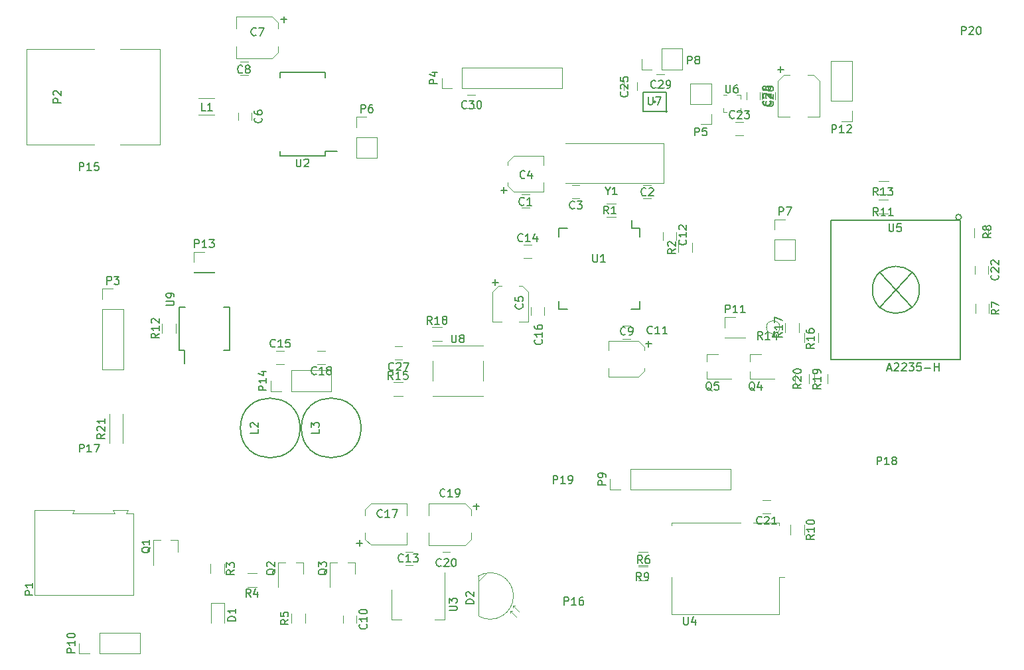
<source format=gbr>
G04 #@! TF.FileFunction,Legend,Top*
%FSLAX46Y46*%
G04 Gerber Fmt 4.6, Leading zero omitted, Abs format (unit mm)*
G04 Created by KiCad (PCBNEW 4.0.4-stable) date 09/22/17 06:06:28*
%MOMM*%
%LPD*%
G01*
G04 APERTURE LIST*
%ADD10C,0.100000*%
%ADD11C,0.150000*%
%ADD12C,0.120000*%
G04 APERTURE END LIST*
D10*
D11*
X100875000Y-115125000D02*
X99875000Y-115125000D01*
X100875000Y-125475000D02*
X99800000Y-125475000D01*
X90525000Y-125475000D02*
X91600000Y-125475000D01*
X90525000Y-115125000D02*
X91600000Y-115125000D01*
X100875000Y-115125000D02*
X100875000Y-116200000D01*
X90525000Y-115125000D02*
X90525000Y-116200000D01*
X90525000Y-125475000D02*
X90525000Y-124400000D01*
X100875000Y-125475000D02*
X100875000Y-124400000D01*
X99875000Y-115125000D02*
X99875000Y-114100000D01*
D12*
X104930000Y-152680000D02*
X104930000Y-153080000D01*
X113730000Y-152680000D02*
X104930000Y-152680000D01*
X115430000Y-152680000D02*
X115330000Y-152680000D01*
X118630000Y-152680000D02*
X115430000Y-152680000D01*
X118630000Y-153080000D02*
X118630000Y-152680000D01*
X118630000Y-159680000D02*
X119330000Y-159680000D01*
X118630000Y-159780000D02*
X118630000Y-159680000D01*
X104930000Y-164380000D02*
X104930000Y-159680000D01*
X118630000Y-164380000D02*
X104930000Y-164380000D01*
X118630000Y-159780000D02*
X118630000Y-164380000D01*
D11*
X131502910Y-125173415D02*
X135572910Y-120783415D01*
X131502910Y-120773415D02*
X135562910Y-125153415D01*
X136542910Y-122973415D02*
G75*
G03X136542910Y-122973415I-3000000J0D01*
G01*
X141900210Y-113704000D02*
G75*
G03X141900210Y-113704000I-359210J0D01*
G01*
X125285000Y-131865000D02*
X125285000Y-114085000D01*
X125285000Y-114085000D02*
X141795000Y-114085000D01*
X141795000Y-114085000D02*
X141795000Y-131865000D01*
X141795000Y-131865000D02*
X125285000Y-131865000D01*
D12*
X118050000Y-119186000D02*
X120710000Y-119186000D01*
X118050000Y-116586000D02*
X118050000Y-119186000D01*
X120710000Y-116586000D02*
X120710000Y-119186000D01*
X118050000Y-116586000D02*
X120710000Y-116586000D01*
X118050000Y-115316000D02*
X118050000Y-113986000D01*
X118050000Y-113986000D02*
X119380000Y-113986000D01*
X98800000Y-96490000D02*
X98800000Y-97490000D01*
X100500000Y-97490000D02*
X100500000Y-96490000D01*
X46575000Y-100670000D02*
X44575000Y-100670000D01*
X44575000Y-98530000D02*
X46575000Y-98530000D01*
X23672000Y-161908000D02*
X36272000Y-161908000D01*
X36272000Y-161908000D02*
X36272000Y-151558000D01*
X36272000Y-151558000D02*
X35322000Y-151558000D01*
X35322000Y-151558000D02*
X35572000Y-151058000D01*
X35572000Y-151058000D02*
X33672000Y-151058000D01*
X33672000Y-151058000D02*
X33622000Y-151058000D01*
X33622000Y-151058000D02*
X33872000Y-151558000D01*
X33872000Y-151558000D02*
X28472000Y-151558000D01*
X28472000Y-151558000D02*
X28772000Y-151058000D01*
X28772000Y-151058000D02*
X23672000Y-151058000D01*
X23672000Y-151058000D02*
X23672000Y-161908000D01*
X31300000Y-92250000D02*
X22660000Y-92250000D01*
X39680000Y-92250000D02*
X34600000Y-92250000D01*
X31300000Y-104450000D02*
X22660000Y-104450000D01*
X39680000Y-104450000D02*
X34600000Y-104450000D01*
X22660000Y-104450000D02*
X22660000Y-92250000D01*
X39680000Y-92250000D02*
X39680000Y-104450000D01*
X90960000Y-97270000D02*
X90960000Y-94610000D01*
X78200000Y-97270000D02*
X90960000Y-97270000D01*
X78200000Y-94610000D02*
X90960000Y-94610000D01*
X78200000Y-97270000D02*
X78200000Y-94610000D01*
X76930000Y-97270000D02*
X75600000Y-97270000D01*
X75600000Y-97270000D02*
X75600000Y-95940000D01*
X32320000Y-133110000D02*
X34980000Y-133110000D01*
X32320000Y-125430000D02*
X32320000Y-133110000D01*
X34980000Y-125430000D02*
X34980000Y-133110000D01*
X32320000Y-125430000D02*
X34980000Y-125430000D01*
X32320000Y-124160000D02*
X32320000Y-122830000D01*
X32320000Y-122830000D02*
X33650000Y-122830000D01*
X41966000Y-154942000D02*
X41036000Y-154942000D01*
X38806000Y-154942000D02*
X39736000Y-154942000D01*
X38806000Y-154942000D02*
X38806000Y-158102000D01*
X41966000Y-154942000D02*
X41966000Y-156402000D01*
X57902000Y-157760000D02*
X56972000Y-157760000D01*
X54742000Y-157760000D02*
X55672000Y-157760000D01*
X54742000Y-157760000D02*
X54742000Y-160920000D01*
X57902000Y-157760000D02*
X57902000Y-159220000D01*
X64506000Y-157760000D02*
X63576000Y-157760000D01*
X61346000Y-157760000D02*
X62276000Y-157760000D01*
X61346000Y-157760000D02*
X61346000Y-160920000D01*
X64506000Y-157760000D02*
X64506000Y-159220000D01*
X114890000Y-131210000D02*
X114890000Y-132140000D01*
X114890000Y-134370000D02*
X114890000Y-133440000D01*
X114890000Y-134370000D02*
X118050000Y-134370000D01*
X114890000Y-131210000D02*
X116350000Y-131210000D01*
X109390000Y-131210000D02*
X109390000Y-132140000D01*
X109390000Y-134370000D02*
X109390000Y-133440000D01*
X109390000Y-134370000D02*
X112550000Y-134370000D01*
X109390000Y-131210000D02*
X110850000Y-131210000D01*
X118750000Y-127760000D02*
G75*
G03X118750000Y-127760000I-860000J0D01*
G01*
X117030000Y-127760000D02*
X116990000Y-127760000D01*
D11*
X60700000Y-105900000D02*
X60700000Y-105325000D01*
X54950000Y-105900000D02*
X54950000Y-105250000D01*
X54950000Y-95250000D02*
X54950000Y-95900000D01*
X60700000Y-95250000D02*
X60700000Y-95900000D01*
X60700000Y-105900000D02*
X54950000Y-105900000D01*
X60700000Y-95250000D02*
X54950000Y-95250000D01*
X60700000Y-105325000D02*
X62300000Y-105325000D01*
D12*
X69183000Y-165055000D02*
X70443000Y-165055000D01*
X76003000Y-165055000D02*
X74743000Y-165055000D01*
X69183000Y-161295000D02*
X69183000Y-165055000D01*
X76003000Y-159045000D02*
X76003000Y-165055000D01*
X113200000Y-98120000D02*
X113700000Y-98120000D01*
X113700000Y-98120000D02*
X113700000Y-98620000D01*
X113700000Y-98620000D02*
X113700000Y-98620000D01*
X113700000Y-99820000D02*
X113700000Y-100320000D01*
X113700000Y-100320000D02*
X113200000Y-100320000D01*
X113200000Y-100320000D02*
X113200000Y-100320000D01*
X112000000Y-100320000D02*
X111500000Y-100320000D01*
X111500000Y-100320000D02*
X111500000Y-99820000D01*
X111500000Y-99820000D02*
X111500000Y-99820000D01*
X112000000Y-98120000D02*
X111500000Y-98120000D01*
X111500000Y-98120000D02*
X111500000Y-98120000D01*
D11*
X102894536Y-98980000D02*
G75*
G03X102894536Y-98980000I-134536J0D01*
G01*
X101260000Y-100230000D02*
X101260000Y-97730000D01*
X104260000Y-100230000D02*
X104260000Y-97730000D01*
X102760000Y-97730000D02*
X101260000Y-97730000D01*
X102760000Y-100230000D02*
X101260000Y-100230000D01*
X102760000Y-100230000D02*
X104260000Y-100230000D01*
X102760000Y-97730000D02*
X104260000Y-97730000D01*
X104384536Y-100220000D02*
G75*
G03X104384536Y-100220000I-134536J0D01*
G01*
X42095000Y-130650000D02*
X42750000Y-130650000D01*
X42095000Y-125150000D02*
X42845000Y-125150000D01*
X48505000Y-125150000D02*
X47755000Y-125150000D01*
X48505000Y-130650000D02*
X47755000Y-130650000D01*
X42095000Y-130650000D02*
X42095000Y-125150000D01*
X48505000Y-130650000D02*
X48505000Y-125150000D01*
X42750000Y-130650000D02*
X42750000Y-132400000D01*
D12*
X91350000Y-109375000D02*
X103950000Y-109375000D01*
X103950000Y-109375000D02*
X103950000Y-104275000D01*
X103950000Y-104275000D02*
X91350000Y-104275000D01*
X85775000Y-112525000D02*
X86775000Y-112525000D01*
X86775000Y-110825000D02*
X85775000Y-110825000D01*
X102300000Y-109600000D02*
X101300000Y-109600000D01*
X101300000Y-111300000D02*
X102300000Y-111300000D01*
X92200000Y-111300000D02*
X93200000Y-111300000D01*
X93200000Y-109600000D02*
X92200000Y-109600000D01*
X84010000Y-106655000D02*
X84010000Y-107055000D01*
X88590000Y-105885000D02*
X88590000Y-107055000D01*
X88590000Y-110465000D02*
X88590000Y-109295000D01*
X84010000Y-109695000D02*
X84010000Y-109295000D01*
X84780000Y-110465000D02*
X88590000Y-110465000D01*
X84780000Y-110465000D02*
X84010000Y-109695000D01*
X84780000Y-105885000D02*
X88590000Y-105885000D01*
X84780000Y-105885000D02*
X84010000Y-106655000D01*
X85870000Y-122510000D02*
X85470000Y-122510000D01*
X86640000Y-127090000D02*
X85470000Y-127090000D01*
X82060000Y-127090000D02*
X83230000Y-127090000D01*
X82830000Y-122510000D02*
X83230000Y-122510000D01*
X82060000Y-123280000D02*
X82060000Y-127090000D01*
X82060000Y-123280000D02*
X82830000Y-122510000D01*
X86640000Y-123280000D02*
X86640000Y-127090000D01*
X86640000Y-123280000D02*
X85870000Y-122510000D01*
X51325000Y-101350000D02*
X51325000Y-100350000D01*
X49625000Y-100350000D02*
X49625000Y-101350000D01*
X49405000Y-93440000D02*
X49405000Y-91890000D01*
X49405000Y-88110000D02*
X49405000Y-89660000D01*
X54745000Y-88870000D02*
X54745000Y-89660000D01*
X54745000Y-92680000D02*
X54745000Y-91890000D01*
X49405000Y-93440000D02*
X53985000Y-93440000D01*
X53985000Y-93440000D02*
X54745000Y-92680000D01*
X54745000Y-88870000D02*
X53985000Y-88110000D01*
X53985000Y-88110000D02*
X49405000Y-88110000D01*
X49875000Y-95575000D02*
X50875000Y-95575000D01*
X50875000Y-93875000D02*
X49875000Y-93875000D01*
X101490000Y-133345000D02*
X101490000Y-132945000D01*
X96910000Y-134115000D02*
X96910000Y-132945000D01*
X96910000Y-129535000D02*
X96910000Y-130705000D01*
X101490000Y-130305000D02*
X101490000Y-130705000D01*
X100720000Y-129535000D02*
X96910000Y-129535000D01*
X100720000Y-129535000D02*
X101490000Y-130305000D01*
X100720000Y-134115000D02*
X96910000Y-134115000D01*
X100720000Y-134115000D02*
X101490000Y-133345000D01*
X99700000Y-127575000D02*
X98700000Y-127575000D01*
X98700000Y-129275000D02*
X99700000Y-129275000D01*
X64725000Y-165525000D02*
X64725000Y-164525000D01*
X63025000Y-164525000D02*
X63025000Y-165525000D01*
X103798000Y-115598000D02*
X103798000Y-116598000D01*
X105498000Y-116598000D02*
X105498000Y-115598000D01*
X71940000Y-156460000D02*
X70940000Y-156460000D01*
X70940000Y-158160000D02*
X71940000Y-158160000D01*
X87075000Y-117260000D02*
X86075000Y-117260000D01*
X86075000Y-118960000D02*
X87075000Y-118960000D01*
X88650000Y-126200000D02*
X88650000Y-125200000D01*
X86950000Y-125200000D02*
X86950000Y-126200000D01*
X55500000Y-130750000D02*
X54500000Y-130750000D01*
X54500000Y-132450000D02*
X55500000Y-132450000D01*
X71170000Y-150210000D02*
X71170000Y-151760000D01*
X71170000Y-155540000D02*
X71170000Y-153990000D01*
X65830000Y-154780000D02*
X65830000Y-153990000D01*
X65830000Y-150970000D02*
X65830000Y-151760000D01*
X71170000Y-150210000D02*
X66590000Y-150210000D01*
X66590000Y-150210000D02*
X65830000Y-150970000D01*
X65830000Y-154780000D02*
X66590000Y-155540000D01*
X66590000Y-155540000D02*
X71170000Y-155540000D01*
X59750000Y-132450000D02*
X60750000Y-132450000D01*
X60750000Y-130750000D02*
X59750000Y-130750000D01*
X73980000Y-155565000D02*
X73980000Y-154015000D01*
X73980000Y-150235000D02*
X73980000Y-151785000D01*
X79320000Y-150995000D02*
X79320000Y-151785000D01*
X79320000Y-154805000D02*
X79320000Y-154015000D01*
X73980000Y-155565000D02*
X78560000Y-155565000D01*
X78560000Y-155565000D02*
X79320000Y-154805000D01*
X79320000Y-150995000D02*
X78560000Y-150235000D01*
X78560000Y-150235000D02*
X73980000Y-150235000D01*
X75680000Y-158170000D02*
X76680000Y-158170000D01*
X76680000Y-156470000D02*
X75680000Y-156470000D01*
X116560000Y-151560000D02*
X117560000Y-151560000D01*
X117560000Y-149860000D02*
X116560000Y-149860000D01*
X145320000Y-120940000D02*
X145320000Y-119940000D01*
X143620000Y-119940000D02*
X143620000Y-120940000D01*
X114090000Y-101550000D02*
X113090000Y-101550000D01*
X113090000Y-103250000D02*
X114090000Y-103250000D01*
X123800000Y-100900000D02*
X122250000Y-100900000D01*
X118470000Y-100900000D02*
X120020000Y-100900000D01*
X119230000Y-95560000D02*
X120020000Y-95560000D01*
X123040000Y-95560000D02*
X122250000Y-95560000D01*
X123800000Y-100900000D02*
X123800000Y-96320000D01*
X123800000Y-96320000D02*
X123040000Y-95560000D01*
X119230000Y-95560000D02*
X118470000Y-96320000D01*
X118470000Y-96320000D02*
X118470000Y-100900000D01*
X118140000Y-98720000D02*
X118140000Y-97720000D01*
X116440000Y-97720000D02*
X116440000Y-98720000D01*
X116190000Y-98720000D02*
X116190000Y-97720000D01*
X114490000Y-97720000D02*
X114490000Y-98720000D01*
X103010000Y-97180000D02*
X104010000Y-97180000D01*
X104010000Y-95480000D02*
X103010000Y-95480000D01*
X78875000Y-99815000D02*
X79875000Y-99815000D01*
X79875000Y-98115000D02*
X78875000Y-98115000D01*
X47850000Y-162975000D02*
X46150000Y-162975000D01*
X46150000Y-162975000D02*
X46150000Y-165525000D01*
X47850000Y-162975000D02*
X47850000Y-165525000D01*
D11*
X57535000Y-140610000D02*
G75*
G03X57535000Y-140610000I-3810000J0D01*
G01*
X65310000Y-140600000D02*
G75*
G03X65310000Y-140600000I-3810000J0D01*
G01*
D12*
X109970000Y-96640000D02*
X107310000Y-96640000D01*
X109970000Y-99240000D02*
X109970000Y-96640000D01*
X107310000Y-99240000D02*
X107310000Y-96640000D01*
X109970000Y-99240000D02*
X107310000Y-99240000D01*
X109970000Y-100510000D02*
X109970000Y-101840000D01*
X109970000Y-101840000D02*
X108640000Y-101840000D01*
X64695000Y-106105000D02*
X67355000Y-106105000D01*
X64695000Y-103505000D02*
X64695000Y-106105000D01*
X67355000Y-103505000D02*
X67355000Y-106105000D01*
X64695000Y-103505000D02*
X67355000Y-103505000D01*
X64695000Y-102235000D02*
X64695000Y-100905000D01*
X64695000Y-100905000D02*
X66025000Y-100905000D01*
X106280000Y-94870000D02*
X106280000Y-92210000D01*
X103680000Y-94870000D02*
X106280000Y-94870000D01*
X103680000Y-92210000D02*
X106280000Y-92210000D01*
X103680000Y-94870000D02*
X103680000Y-92210000D01*
X102410000Y-94870000D02*
X101080000Y-94870000D01*
X101080000Y-94870000D02*
X101080000Y-93540000D01*
X112440000Y-148480000D02*
X112440000Y-145820000D01*
X99680000Y-148480000D02*
X112440000Y-148480000D01*
X99680000Y-145820000D02*
X112440000Y-145820000D01*
X99680000Y-148480000D02*
X99680000Y-145820000D01*
X98410000Y-148480000D02*
X97080000Y-148480000D01*
X97080000Y-148480000D02*
X97080000Y-147150000D01*
X37105000Y-169405000D02*
X37105000Y-166745000D01*
X31965000Y-169405000D02*
X37105000Y-169405000D01*
X31965000Y-166745000D02*
X37105000Y-166745000D01*
X31965000Y-169405000D02*
X31965000Y-166745000D01*
X30695000Y-169405000D02*
X29365000Y-169405000D01*
X29365000Y-169405000D02*
X29365000Y-168075000D01*
X111700000Y-129110000D02*
X114360000Y-129110000D01*
X111700000Y-129050000D02*
X111700000Y-129110000D01*
X114360000Y-129050000D02*
X114360000Y-129110000D01*
X111700000Y-129050000D02*
X114360000Y-129050000D01*
X111700000Y-127780000D02*
X111700000Y-126450000D01*
X111700000Y-126450000D02*
X113030000Y-126450000D01*
X127940000Y-93740000D02*
X125280000Y-93740000D01*
X127940000Y-98880000D02*
X127940000Y-93740000D01*
X125280000Y-98880000D02*
X125280000Y-93740000D01*
X127940000Y-98880000D02*
X125280000Y-98880000D01*
X127940000Y-100150000D02*
X127940000Y-101480000D01*
X127940000Y-101480000D02*
X126610000Y-101480000D01*
X43970000Y-120780000D02*
X46630000Y-120780000D01*
X43970000Y-120720000D02*
X43970000Y-120780000D01*
X46630000Y-120720000D02*
X46630000Y-120780000D01*
X43970000Y-120720000D02*
X46630000Y-120720000D01*
X43970000Y-119450000D02*
X43970000Y-118120000D01*
X43970000Y-118120000D02*
X45300000Y-118120000D01*
X61520000Y-135930000D02*
X61520000Y-133270000D01*
X56380000Y-135930000D02*
X61520000Y-135930000D01*
X56380000Y-133270000D02*
X61520000Y-133270000D01*
X56380000Y-135930000D02*
X56380000Y-133270000D01*
X55110000Y-135930000D02*
X53780000Y-135930000D01*
X53780000Y-135930000D02*
X53780000Y-134600000D01*
X97800000Y-113705000D02*
X96600000Y-113705000D01*
X96600000Y-111945000D02*
X97800000Y-111945000D01*
X107560000Y-117002000D02*
X107560000Y-118202000D01*
X105800000Y-118202000D02*
X105800000Y-117002000D01*
X46110000Y-159176000D02*
X46110000Y-157976000D01*
X47870000Y-157976000D02*
X47870000Y-159176000D01*
X50788000Y-159140000D02*
X51988000Y-159140000D01*
X51988000Y-160900000D02*
X50788000Y-160900000D01*
X58155000Y-164300000D02*
X58155000Y-165500000D01*
X56395000Y-165500000D02*
X56395000Y-164300000D01*
X100670000Y-156400000D02*
X101870000Y-156400000D01*
X101870000Y-158160000D02*
X100670000Y-158160000D01*
X143670000Y-125930000D02*
X143670000Y-124730000D01*
X145430000Y-124730000D02*
X145430000Y-125930000D01*
X143580000Y-116320000D02*
X143580000Y-115120000D01*
X145340000Y-115120000D02*
X145340000Y-116320000D01*
X100670000Y-158290000D02*
X101870000Y-158290000D01*
X101870000Y-160050000D02*
X100670000Y-160050000D01*
X120110000Y-154200000D02*
X120110000Y-153000000D01*
X121870000Y-153000000D02*
X121870000Y-154200000D01*
X131370000Y-111490000D02*
X132570000Y-111490000D01*
X132570000Y-113250000D02*
X131370000Y-113250000D01*
X41655000Y-127300000D02*
X41655000Y-128500000D01*
X39895000Y-128500000D02*
X39895000Y-127300000D01*
X131380000Y-109060000D02*
X132580000Y-109060000D01*
X132580000Y-110820000D02*
X131380000Y-110820000D01*
X123600000Y-128510000D02*
X123600000Y-129710000D01*
X121840000Y-129710000D02*
X121840000Y-128510000D01*
X121160000Y-127190000D02*
X121160000Y-128390000D01*
X119400000Y-128390000D02*
X119400000Y-127190000D01*
X124860000Y-133740000D02*
X124860000Y-134940000D01*
X123100000Y-134940000D02*
X123100000Y-133740000D01*
X122450000Y-133730000D02*
X122450000Y-134930000D01*
X120690000Y-134930000D02*
X120690000Y-133730000D01*
X69584000Y-131914000D02*
X70584000Y-131914000D01*
X70584000Y-130214000D02*
X69584000Y-130214000D01*
X81278000Y-159132000D02*
X80258000Y-160142000D01*
X84328000Y-163952000D02*
X84328000Y-164212000D01*
X84328000Y-163952000D02*
X84578000Y-163952000D01*
X84708000Y-163322000D02*
X84708000Y-163572000D01*
X84708000Y-163322000D02*
X84958000Y-163322000D01*
X85468000Y-164082000D02*
X84708000Y-163322000D01*
X85088000Y-164722000D02*
X84328000Y-163952000D01*
X80258000Y-159512000D02*
X80258000Y-164592000D01*
X80330705Y-164634400D02*
G75*
G03X80258000Y-159512000I1457295J2582400D01*
G01*
X75600000Y-129480000D02*
X74400000Y-129480000D01*
X74400000Y-127720000D02*
X75600000Y-127720000D01*
X70624000Y-136516000D02*
X69424000Y-136516000D01*
X69424000Y-134756000D02*
X70624000Y-134756000D01*
X33176000Y-142576000D02*
X33176000Y-138856000D01*
X34896000Y-142576000D02*
X34896000Y-138856000D01*
X80870000Y-130084000D02*
X80870000Y-130114000D01*
X80870000Y-136544000D02*
X80870000Y-136514000D01*
X74410000Y-136544000D02*
X74410000Y-136514000D01*
X74410000Y-130114000D02*
X74410000Y-130084000D01*
X80870000Y-132014000D02*
X80870000Y-134614000D01*
X74410000Y-130084000D02*
X80870000Y-130084000D01*
X74410000Y-132014000D02*
X74410000Y-134614000D01*
X74410000Y-136544000D02*
X80870000Y-136544000D01*
D11*
X94888095Y-118452381D02*
X94888095Y-119261905D01*
X94935714Y-119357143D01*
X94983333Y-119404762D01*
X95078571Y-119452381D01*
X95269048Y-119452381D01*
X95364286Y-119404762D01*
X95411905Y-119357143D01*
X95459524Y-119261905D01*
X95459524Y-118452381D01*
X96459524Y-119452381D02*
X95888095Y-119452381D01*
X96173809Y-119452381D02*
X96173809Y-118452381D01*
X96078571Y-118595238D01*
X95983333Y-118690476D01*
X95888095Y-118738095D01*
X106468095Y-164732381D02*
X106468095Y-165541905D01*
X106515714Y-165637143D01*
X106563333Y-165684762D01*
X106658571Y-165732381D01*
X106849048Y-165732381D01*
X106944286Y-165684762D01*
X106991905Y-165637143D01*
X107039524Y-165541905D01*
X107039524Y-164732381D01*
X107944286Y-165065714D02*
X107944286Y-165732381D01*
X107706190Y-164684762D02*
X107468095Y-165399048D01*
X108087143Y-165399048D01*
X132668095Y-114522381D02*
X132668095Y-115331905D01*
X132715714Y-115427143D01*
X132763333Y-115474762D01*
X132858571Y-115522381D01*
X133049048Y-115522381D01*
X133144286Y-115474762D01*
X133191905Y-115427143D01*
X133239524Y-115331905D01*
X133239524Y-114522381D01*
X134191905Y-114522381D02*
X133715714Y-114522381D01*
X133668095Y-114998571D01*
X133715714Y-114950952D01*
X133810952Y-114903333D01*
X134049048Y-114903333D01*
X134144286Y-114950952D01*
X134191905Y-114998571D01*
X134239524Y-115093810D01*
X134239524Y-115331905D01*
X134191905Y-115427143D01*
X134144286Y-115474762D01*
X134049048Y-115522381D01*
X133810952Y-115522381D01*
X133715714Y-115474762D01*
X133668095Y-115427143D01*
X132499286Y-133031667D02*
X132975477Y-133031667D01*
X132404048Y-133317381D02*
X132737381Y-132317381D01*
X133070715Y-133317381D01*
X133356429Y-132412619D02*
X133404048Y-132365000D01*
X133499286Y-132317381D01*
X133737382Y-132317381D01*
X133832620Y-132365000D01*
X133880239Y-132412619D01*
X133927858Y-132507857D01*
X133927858Y-132603095D01*
X133880239Y-132745952D01*
X133308810Y-133317381D01*
X133927858Y-133317381D01*
X134308810Y-132412619D02*
X134356429Y-132365000D01*
X134451667Y-132317381D01*
X134689763Y-132317381D01*
X134785001Y-132365000D01*
X134832620Y-132412619D01*
X134880239Y-132507857D01*
X134880239Y-132603095D01*
X134832620Y-132745952D01*
X134261191Y-133317381D01*
X134880239Y-133317381D01*
X135213572Y-132317381D02*
X135832620Y-132317381D01*
X135499286Y-132698333D01*
X135642144Y-132698333D01*
X135737382Y-132745952D01*
X135785001Y-132793571D01*
X135832620Y-132888810D01*
X135832620Y-133126905D01*
X135785001Y-133222143D01*
X135737382Y-133269762D01*
X135642144Y-133317381D01*
X135356429Y-133317381D01*
X135261191Y-133269762D01*
X135213572Y-133222143D01*
X136737382Y-132317381D02*
X136261191Y-132317381D01*
X136213572Y-132793571D01*
X136261191Y-132745952D01*
X136356429Y-132698333D01*
X136594525Y-132698333D01*
X136689763Y-132745952D01*
X136737382Y-132793571D01*
X136785001Y-132888810D01*
X136785001Y-133126905D01*
X136737382Y-133222143D01*
X136689763Y-133269762D01*
X136594525Y-133317381D01*
X136356429Y-133317381D01*
X136261191Y-133269762D01*
X136213572Y-133222143D01*
X137213572Y-132936429D02*
X137975477Y-132936429D01*
X138451667Y-133317381D02*
X138451667Y-132317381D01*
X138451667Y-132793571D02*
X139023096Y-132793571D01*
X139023096Y-133317381D02*
X139023096Y-132317381D01*
X118641905Y-113438381D02*
X118641905Y-112438381D01*
X119022858Y-112438381D01*
X119118096Y-112486000D01*
X119165715Y-112533619D01*
X119213334Y-112628857D01*
X119213334Y-112771714D01*
X119165715Y-112866952D01*
X119118096Y-112914571D01*
X119022858Y-112962190D01*
X118641905Y-112962190D01*
X119546667Y-112438381D02*
X120213334Y-112438381D01*
X119784762Y-113438381D01*
X99287143Y-97702857D02*
X99334762Y-97750476D01*
X99382381Y-97893333D01*
X99382381Y-97988571D01*
X99334762Y-98131429D01*
X99239524Y-98226667D01*
X99144286Y-98274286D01*
X98953810Y-98321905D01*
X98810952Y-98321905D01*
X98620476Y-98274286D01*
X98525238Y-98226667D01*
X98430000Y-98131429D01*
X98382381Y-97988571D01*
X98382381Y-97893333D01*
X98430000Y-97750476D01*
X98477619Y-97702857D01*
X98477619Y-97321905D02*
X98430000Y-97274286D01*
X98382381Y-97179048D01*
X98382381Y-96940952D01*
X98430000Y-96845714D01*
X98477619Y-96798095D01*
X98572857Y-96750476D01*
X98668095Y-96750476D01*
X98810952Y-96798095D01*
X99382381Y-97369524D01*
X99382381Y-96750476D01*
X98382381Y-95845714D02*
X98382381Y-96321905D01*
X98858571Y-96369524D01*
X98810952Y-96321905D01*
X98763333Y-96226667D01*
X98763333Y-95988571D01*
X98810952Y-95893333D01*
X98858571Y-95845714D01*
X98953810Y-95798095D01*
X99191905Y-95798095D01*
X99287143Y-95845714D01*
X99334762Y-95893333D01*
X99382381Y-95988571D01*
X99382381Y-96226667D01*
X99334762Y-96321905D01*
X99287143Y-96369524D01*
X45458334Y-100102381D02*
X44982143Y-100102381D01*
X44982143Y-99102381D01*
X46315477Y-100102381D02*
X45744048Y-100102381D01*
X46029762Y-100102381D02*
X46029762Y-99102381D01*
X45934524Y-99245238D01*
X45839286Y-99340476D01*
X45744048Y-99388095D01*
X23434381Y-161916095D02*
X22434381Y-161916095D01*
X22434381Y-161535142D01*
X22482000Y-161439904D01*
X22529619Y-161392285D01*
X22624857Y-161344666D01*
X22767714Y-161344666D01*
X22862952Y-161392285D01*
X22910571Y-161439904D01*
X22958190Y-161535142D01*
X22958190Y-161916095D01*
X23434381Y-160392285D02*
X23434381Y-160963714D01*
X23434381Y-160678000D02*
X22434381Y-160678000D01*
X22577238Y-160773238D01*
X22672476Y-160868476D01*
X22720095Y-160963714D01*
X27052381Y-99088095D02*
X26052381Y-99088095D01*
X26052381Y-98707142D01*
X26100000Y-98611904D01*
X26147619Y-98564285D01*
X26242857Y-98516666D01*
X26385714Y-98516666D01*
X26480952Y-98564285D01*
X26528571Y-98611904D01*
X26576190Y-98707142D01*
X26576190Y-99088095D01*
X26147619Y-98135714D02*
X26100000Y-98088095D01*
X26052381Y-97992857D01*
X26052381Y-97754761D01*
X26100000Y-97659523D01*
X26147619Y-97611904D01*
X26242857Y-97564285D01*
X26338095Y-97564285D01*
X26480952Y-97611904D01*
X27052381Y-98183333D01*
X27052381Y-97564285D01*
X75052381Y-96678095D02*
X74052381Y-96678095D01*
X74052381Y-96297142D01*
X74100000Y-96201904D01*
X74147619Y-96154285D01*
X74242857Y-96106666D01*
X74385714Y-96106666D01*
X74480952Y-96154285D01*
X74528571Y-96201904D01*
X74576190Y-96297142D01*
X74576190Y-96678095D01*
X74385714Y-95249523D02*
X75052381Y-95249523D01*
X74004762Y-95487619D02*
X74719048Y-95725714D01*
X74719048Y-95106666D01*
X29375714Y-107732381D02*
X29375714Y-106732381D01*
X29756667Y-106732381D01*
X29851905Y-106780000D01*
X29899524Y-106827619D01*
X29947143Y-106922857D01*
X29947143Y-107065714D01*
X29899524Y-107160952D01*
X29851905Y-107208571D01*
X29756667Y-107256190D01*
X29375714Y-107256190D01*
X30899524Y-107732381D02*
X30328095Y-107732381D01*
X30613809Y-107732381D02*
X30613809Y-106732381D01*
X30518571Y-106875238D01*
X30423333Y-106970476D01*
X30328095Y-107018095D01*
X31804286Y-106732381D02*
X31328095Y-106732381D01*
X31280476Y-107208571D01*
X31328095Y-107160952D01*
X31423333Y-107113333D01*
X31661429Y-107113333D01*
X31756667Y-107160952D01*
X31804286Y-107208571D01*
X31851905Y-107303810D01*
X31851905Y-107541905D01*
X31804286Y-107637143D01*
X31756667Y-107684762D01*
X31661429Y-107732381D01*
X31423333Y-107732381D01*
X31328095Y-107684762D01*
X31280476Y-107637143D01*
X91235714Y-163212381D02*
X91235714Y-162212381D01*
X91616667Y-162212381D01*
X91711905Y-162260000D01*
X91759524Y-162307619D01*
X91807143Y-162402857D01*
X91807143Y-162545714D01*
X91759524Y-162640952D01*
X91711905Y-162688571D01*
X91616667Y-162736190D01*
X91235714Y-162736190D01*
X92759524Y-163212381D02*
X92188095Y-163212381D01*
X92473809Y-163212381D02*
X92473809Y-162212381D01*
X92378571Y-162355238D01*
X92283333Y-162450476D01*
X92188095Y-162498095D01*
X93616667Y-162212381D02*
X93426190Y-162212381D01*
X93330952Y-162260000D01*
X93283333Y-162307619D01*
X93188095Y-162450476D01*
X93140476Y-162640952D01*
X93140476Y-163021905D01*
X93188095Y-163117143D01*
X93235714Y-163164762D01*
X93330952Y-163212381D01*
X93521429Y-163212381D01*
X93616667Y-163164762D01*
X93664286Y-163117143D01*
X93711905Y-163021905D01*
X93711905Y-162783810D01*
X93664286Y-162688571D01*
X93616667Y-162640952D01*
X93521429Y-162593333D01*
X93330952Y-162593333D01*
X93235714Y-162640952D01*
X93188095Y-162688571D01*
X93140476Y-162783810D01*
X29395714Y-143682381D02*
X29395714Y-142682381D01*
X29776667Y-142682381D01*
X29871905Y-142730000D01*
X29919524Y-142777619D01*
X29967143Y-142872857D01*
X29967143Y-143015714D01*
X29919524Y-143110952D01*
X29871905Y-143158571D01*
X29776667Y-143206190D01*
X29395714Y-143206190D01*
X30919524Y-143682381D02*
X30348095Y-143682381D01*
X30633809Y-143682381D02*
X30633809Y-142682381D01*
X30538571Y-142825238D01*
X30443333Y-142920476D01*
X30348095Y-142968095D01*
X31252857Y-142682381D02*
X31919524Y-142682381D01*
X31490952Y-143682381D01*
X131135714Y-145292381D02*
X131135714Y-144292381D01*
X131516667Y-144292381D01*
X131611905Y-144340000D01*
X131659524Y-144387619D01*
X131707143Y-144482857D01*
X131707143Y-144625714D01*
X131659524Y-144720952D01*
X131611905Y-144768571D01*
X131516667Y-144816190D01*
X131135714Y-144816190D01*
X132659524Y-145292381D02*
X132088095Y-145292381D01*
X132373809Y-145292381D02*
X132373809Y-144292381D01*
X132278571Y-144435238D01*
X132183333Y-144530476D01*
X132088095Y-144578095D01*
X133230952Y-144720952D02*
X133135714Y-144673333D01*
X133088095Y-144625714D01*
X133040476Y-144530476D01*
X133040476Y-144482857D01*
X133088095Y-144387619D01*
X133135714Y-144340000D01*
X133230952Y-144292381D01*
X133421429Y-144292381D01*
X133516667Y-144340000D01*
X133564286Y-144387619D01*
X133611905Y-144482857D01*
X133611905Y-144530476D01*
X133564286Y-144625714D01*
X133516667Y-144673333D01*
X133421429Y-144720952D01*
X133230952Y-144720952D01*
X133135714Y-144768571D01*
X133088095Y-144816190D01*
X133040476Y-144911429D01*
X133040476Y-145101905D01*
X133088095Y-145197143D01*
X133135714Y-145244762D01*
X133230952Y-145292381D01*
X133421429Y-145292381D01*
X133516667Y-145244762D01*
X133564286Y-145197143D01*
X133611905Y-145101905D01*
X133611905Y-144911429D01*
X133564286Y-144816190D01*
X133516667Y-144768571D01*
X133421429Y-144720952D01*
X89835714Y-147702381D02*
X89835714Y-146702381D01*
X90216667Y-146702381D01*
X90311905Y-146750000D01*
X90359524Y-146797619D01*
X90407143Y-146892857D01*
X90407143Y-147035714D01*
X90359524Y-147130952D01*
X90311905Y-147178571D01*
X90216667Y-147226190D01*
X89835714Y-147226190D01*
X91359524Y-147702381D02*
X90788095Y-147702381D01*
X91073809Y-147702381D02*
X91073809Y-146702381D01*
X90978571Y-146845238D01*
X90883333Y-146940476D01*
X90788095Y-146988095D01*
X91835714Y-147702381D02*
X92026190Y-147702381D01*
X92121429Y-147654762D01*
X92169048Y-147607143D01*
X92264286Y-147464286D01*
X92311905Y-147273810D01*
X92311905Y-146892857D01*
X92264286Y-146797619D01*
X92216667Y-146750000D01*
X92121429Y-146702381D01*
X91930952Y-146702381D01*
X91835714Y-146750000D01*
X91788095Y-146797619D01*
X91740476Y-146892857D01*
X91740476Y-147130952D01*
X91788095Y-147226190D01*
X91835714Y-147273810D01*
X91930952Y-147321429D01*
X92121429Y-147321429D01*
X92216667Y-147273810D01*
X92264286Y-147226190D01*
X92311905Y-147130952D01*
X141917714Y-90370381D02*
X141917714Y-89370381D01*
X142298667Y-89370381D01*
X142393905Y-89418000D01*
X142441524Y-89465619D01*
X142489143Y-89560857D01*
X142489143Y-89703714D01*
X142441524Y-89798952D01*
X142393905Y-89846571D01*
X142298667Y-89894190D01*
X141917714Y-89894190D01*
X142870095Y-89465619D02*
X142917714Y-89418000D01*
X143012952Y-89370381D01*
X143251048Y-89370381D01*
X143346286Y-89418000D01*
X143393905Y-89465619D01*
X143441524Y-89560857D01*
X143441524Y-89656095D01*
X143393905Y-89798952D01*
X142822476Y-90370381D01*
X143441524Y-90370381D01*
X144060571Y-89370381D02*
X144155810Y-89370381D01*
X144251048Y-89418000D01*
X144298667Y-89465619D01*
X144346286Y-89560857D01*
X144393905Y-89751333D01*
X144393905Y-89989429D01*
X144346286Y-90179905D01*
X144298667Y-90275143D01*
X144251048Y-90322762D01*
X144155810Y-90370381D01*
X144060571Y-90370381D01*
X143965333Y-90322762D01*
X143917714Y-90275143D01*
X143870095Y-90179905D01*
X143822476Y-89989429D01*
X143822476Y-89751333D01*
X143870095Y-89560857D01*
X143917714Y-89465619D01*
X143965333Y-89418000D01*
X144060571Y-89370381D01*
X32911905Y-122282381D02*
X32911905Y-121282381D01*
X33292858Y-121282381D01*
X33388096Y-121330000D01*
X33435715Y-121377619D01*
X33483334Y-121472857D01*
X33483334Y-121615714D01*
X33435715Y-121710952D01*
X33388096Y-121758571D01*
X33292858Y-121806190D01*
X32911905Y-121806190D01*
X33816667Y-121282381D02*
X34435715Y-121282381D01*
X34102381Y-121663333D01*
X34245239Y-121663333D01*
X34340477Y-121710952D01*
X34388096Y-121758571D01*
X34435715Y-121853810D01*
X34435715Y-122091905D01*
X34388096Y-122187143D01*
X34340477Y-122234762D01*
X34245239Y-122282381D01*
X33959524Y-122282381D01*
X33864286Y-122234762D01*
X33816667Y-122187143D01*
X38433619Y-155797238D02*
X38386000Y-155892476D01*
X38290762Y-155987714D01*
X38147905Y-156130571D01*
X38100286Y-156225810D01*
X38100286Y-156321048D01*
X38338381Y-156273429D02*
X38290762Y-156368667D01*
X38195524Y-156463905D01*
X38005048Y-156511524D01*
X37671714Y-156511524D01*
X37481238Y-156463905D01*
X37386000Y-156368667D01*
X37338381Y-156273429D01*
X37338381Y-156082952D01*
X37386000Y-155987714D01*
X37481238Y-155892476D01*
X37671714Y-155844857D01*
X38005048Y-155844857D01*
X38195524Y-155892476D01*
X38290762Y-155987714D01*
X38338381Y-156082952D01*
X38338381Y-156273429D01*
X38338381Y-154892476D02*
X38338381Y-155463905D01*
X38338381Y-155178191D02*
X37338381Y-155178191D01*
X37481238Y-155273429D01*
X37576476Y-155368667D01*
X37624095Y-155463905D01*
X54369619Y-158615238D02*
X54322000Y-158710476D01*
X54226762Y-158805714D01*
X54083905Y-158948571D01*
X54036286Y-159043810D01*
X54036286Y-159139048D01*
X54274381Y-159091429D02*
X54226762Y-159186667D01*
X54131524Y-159281905D01*
X53941048Y-159329524D01*
X53607714Y-159329524D01*
X53417238Y-159281905D01*
X53322000Y-159186667D01*
X53274381Y-159091429D01*
X53274381Y-158900952D01*
X53322000Y-158805714D01*
X53417238Y-158710476D01*
X53607714Y-158662857D01*
X53941048Y-158662857D01*
X54131524Y-158710476D01*
X54226762Y-158805714D01*
X54274381Y-158900952D01*
X54274381Y-159091429D01*
X53369619Y-158281905D02*
X53322000Y-158234286D01*
X53274381Y-158139048D01*
X53274381Y-157900952D01*
X53322000Y-157805714D01*
X53369619Y-157758095D01*
X53464857Y-157710476D01*
X53560095Y-157710476D01*
X53702952Y-157758095D01*
X54274381Y-158329524D01*
X54274381Y-157710476D01*
X60973619Y-158615238D02*
X60926000Y-158710476D01*
X60830762Y-158805714D01*
X60687905Y-158948571D01*
X60640286Y-159043810D01*
X60640286Y-159139048D01*
X60878381Y-159091429D02*
X60830762Y-159186667D01*
X60735524Y-159281905D01*
X60545048Y-159329524D01*
X60211714Y-159329524D01*
X60021238Y-159281905D01*
X59926000Y-159186667D01*
X59878381Y-159091429D01*
X59878381Y-158900952D01*
X59926000Y-158805714D01*
X60021238Y-158710476D01*
X60211714Y-158662857D01*
X60545048Y-158662857D01*
X60735524Y-158710476D01*
X60830762Y-158805714D01*
X60878381Y-158900952D01*
X60878381Y-159091429D01*
X59878381Y-158329524D02*
X59878381Y-157710476D01*
X60259333Y-158043810D01*
X60259333Y-157900952D01*
X60306952Y-157805714D01*
X60354571Y-157758095D01*
X60449810Y-157710476D01*
X60687905Y-157710476D01*
X60783143Y-157758095D01*
X60830762Y-157805714D01*
X60878381Y-157900952D01*
X60878381Y-158186667D01*
X60830762Y-158281905D01*
X60783143Y-158329524D01*
X115554762Y-135837619D02*
X115459524Y-135790000D01*
X115364286Y-135694762D01*
X115221429Y-135551905D01*
X115126190Y-135504286D01*
X115030952Y-135504286D01*
X115078571Y-135742381D02*
X114983333Y-135694762D01*
X114888095Y-135599524D01*
X114840476Y-135409048D01*
X114840476Y-135075714D01*
X114888095Y-134885238D01*
X114983333Y-134790000D01*
X115078571Y-134742381D01*
X115269048Y-134742381D01*
X115364286Y-134790000D01*
X115459524Y-134885238D01*
X115507143Y-135075714D01*
X115507143Y-135409048D01*
X115459524Y-135599524D01*
X115364286Y-135694762D01*
X115269048Y-135742381D01*
X115078571Y-135742381D01*
X116364286Y-135075714D02*
X116364286Y-135742381D01*
X116126190Y-134694762D02*
X115888095Y-135409048D01*
X116507143Y-135409048D01*
X110054762Y-135837619D02*
X109959524Y-135790000D01*
X109864286Y-135694762D01*
X109721429Y-135551905D01*
X109626190Y-135504286D01*
X109530952Y-135504286D01*
X109578571Y-135742381D02*
X109483333Y-135694762D01*
X109388095Y-135599524D01*
X109340476Y-135409048D01*
X109340476Y-135075714D01*
X109388095Y-134885238D01*
X109483333Y-134790000D01*
X109578571Y-134742381D01*
X109769048Y-134742381D01*
X109864286Y-134790000D01*
X109959524Y-134885238D01*
X110007143Y-135075714D01*
X110007143Y-135409048D01*
X109959524Y-135599524D01*
X109864286Y-135694762D01*
X109769048Y-135742381D01*
X109578571Y-135742381D01*
X110911905Y-134742381D02*
X110435714Y-134742381D01*
X110388095Y-135218571D01*
X110435714Y-135170952D01*
X110530952Y-135123333D01*
X110769048Y-135123333D01*
X110864286Y-135170952D01*
X110911905Y-135218571D01*
X110959524Y-135313810D01*
X110959524Y-135551905D01*
X110911905Y-135647143D01*
X110864286Y-135694762D01*
X110769048Y-135742381D01*
X110530952Y-135742381D01*
X110435714Y-135694762D01*
X110388095Y-135647143D01*
X116507143Y-129302381D02*
X116173809Y-128826190D01*
X115935714Y-129302381D02*
X115935714Y-128302381D01*
X116316667Y-128302381D01*
X116411905Y-128350000D01*
X116459524Y-128397619D01*
X116507143Y-128492857D01*
X116507143Y-128635714D01*
X116459524Y-128730952D01*
X116411905Y-128778571D01*
X116316667Y-128826190D01*
X115935714Y-128826190D01*
X117459524Y-129302381D02*
X116888095Y-129302381D01*
X117173809Y-129302381D02*
X117173809Y-128302381D01*
X117078571Y-128445238D01*
X116983333Y-128540476D01*
X116888095Y-128588095D01*
X118316667Y-128635714D02*
X118316667Y-129302381D01*
X118078571Y-128254762D02*
X117840476Y-128969048D01*
X118459524Y-128969048D01*
X57063095Y-106277381D02*
X57063095Y-107086905D01*
X57110714Y-107182143D01*
X57158333Y-107229762D01*
X57253571Y-107277381D01*
X57444048Y-107277381D01*
X57539286Y-107229762D01*
X57586905Y-107182143D01*
X57634524Y-107086905D01*
X57634524Y-106277381D01*
X58063095Y-106372619D02*
X58110714Y-106325000D01*
X58205952Y-106277381D01*
X58444048Y-106277381D01*
X58539286Y-106325000D01*
X58586905Y-106372619D01*
X58634524Y-106467857D01*
X58634524Y-106563095D01*
X58586905Y-106705952D01*
X58015476Y-107277381D01*
X58634524Y-107277381D01*
X76545381Y-163906905D02*
X77354905Y-163906905D01*
X77450143Y-163859286D01*
X77497762Y-163811667D01*
X77545381Y-163716429D01*
X77545381Y-163525952D01*
X77497762Y-163430714D01*
X77450143Y-163383095D01*
X77354905Y-163335476D01*
X76545381Y-163335476D01*
X76545381Y-162954524D02*
X76545381Y-162335476D01*
X76926333Y-162668810D01*
X76926333Y-162525952D01*
X76973952Y-162430714D01*
X77021571Y-162383095D01*
X77116810Y-162335476D01*
X77354905Y-162335476D01*
X77450143Y-162383095D01*
X77497762Y-162430714D01*
X77545381Y-162525952D01*
X77545381Y-162811667D01*
X77497762Y-162906905D01*
X77450143Y-162954524D01*
X111838095Y-96822381D02*
X111838095Y-97631905D01*
X111885714Y-97727143D01*
X111933333Y-97774762D01*
X112028571Y-97822381D01*
X112219048Y-97822381D01*
X112314286Y-97774762D01*
X112361905Y-97727143D01*
X112409524Y-97631905D01*
X112409524Y-96822381D01*
X113314286Y-96822381D02*
X113123809Y-96822381D01*
X113028571Y-96870000D01*
X112980952Y-96917619D01*
X112885714Y-97060476D01*
X112838095Y-97250952D01*
X112838095Y-97631905D01*
X112885714Y-97727143D01*
X112933333Y-97774762D01*
X113028571Y-97822381D01*
X113219048Y-97822381D01*
X113314286Y-97774762D01*
X113361905Y-97727143D01*
X113409524Y-97631905D01*
X113409524Y-97393810D01*
X113361905Y-97298571D01*
X113314286Y-97250952D01*
X113219048Y-97203333D01*
X113028571Y-97203333D01*
X112933333Y-97250952D01*
X112885714Y-97298571D01*
X112838095Y-97393810D01*
X101948095Y-98342381D02*
X101948095Y-99151905D01*
X101995714Y-99247143D01*
X102043333Y-99294762D01*
X102138571Y-99342381D01*
X102329048Y-99342381D01*
X102424286Y-99294762D01*
X102471905Y-99247143D01*
X102519524Y-99151905D01*
X102519524Y-98342381D01*
X102900476Y-98342381D02*
X103567143Y-98342381D01*
X103138571Y-99342381D01*
X40452381Y-124961905D02*
X41261905Y-124961905D01*
X41357143Y-124914286D01*
X41404762Y-124866667D01*
X41452381Y-124771429D01*
X41452381Y-124580952D01*
X41404762Y-124485714D01*
X41357143Y-124438095D01*
X41261905Y-124390476D01*
X40452381Y-124390476D01*
X41452381Y-123866667D02*
X41452381Y-123676191D01*
X41404762Y-123580952D01*
X41357143Y-123533333D01*
X41214286Y-123438095D01*
X41023810Y-123390476D01*
X40642857Y-123390476D01*
X40547619Y-123438095D01*
X40500000Y-123485714D01*
X40452381Y-123580952D01*
X40452381Y-123771429D01*
X40500000Y-123866667D01*
X40547619Y-123914286D01*
X40642857Y-123961905D01*
X40880952Y-123961905D01*
X40976190Y-123914286D01*
X41023810Y-123866667D01*
X41071429Y-123771429D01*
X41071429Y-123580952D01*
X41023810Y-123485714D01*
X40976190Y-123438095D01*
X40880952Y-123390476D01*
X96773809Y-110351190D02*
X96773809Y-110827381D01*
X96440476Y-109827381D02*
X96773809Y-110351190D01*
X97107143Y-109827381D01*
X97964286Y-110827381D02*
X97392857Y-110827381D01*
X97678571Y-110827381D02*
X97678571Y-109827381D01*
X97583333Y-109970238D01*
X97488095Y-110065476D01*
X97392857Y-110113095D01*
X86108334Y-112107143D02*
X86060715Y-112154762D01*
X85917858Y-112202381D01*
X85822620Y-112202381D01*
X85679762Y-112154762D01*
X85584524Y-112059524D01*
X85536905Y-111964286D01*
X85489286Y-111773810D01*
X85489286Y-111630952D01*
X85536905Y-111440476D01*
X85584524Y-111345238D01*
X85679762Y-111250000D01*
X85822620Y-111202381D01*
X85917858Y-111202381D01*
X86060715Y-111250000D01*
X86108334Y-111297619D01*
X87060715Y-112202381D02*
X86489286Y-112202381D01*
X86775000Y-112202381D02*
X86775000Y-111202381D01*
X86679762Y-111345238D01*
X86584524Y-111440476D01*
X86489286Y-111488095D01*
X101658334Y-110882143D02*
X101610715Y-110929762D01*
X101467858Y-110977381D01*
X101372620Y-110977381D01*
X101229762Y-110929762D01*
X101134524Y-110834524D01*
X101086905Y-110739286D01*
X101039286Y-110548810D01*
X101039286Y-110405952D01*
X101086905Y-110215476D01*
X101134524Y-110120238D01*
X101229762Y-110025000D01*
X101372620Y-109977381D01*
X101467858Y-109977381D01*
X101610715Y-110025000D01*
X101658334Y-110072619D01*
X102039286Y-110072619D02*
X102086905Y-110025000D01*
X102182143Y-109977381D01*
X102420239Y-109977381D01*
X102515477Y-110025000D01*
X102563096Y-110072619D01*
X102610715Y-110167857D01*
X102610715Y-110263095D01*
X102563096Y-110405952D01*
X101991667Y-110977381D01*
X102610715Y-110977381D01*
X92533334Y-112557143D02*
X92485715Y-112604762D01*
X92342858Y-112652381D01*
X92247620Y-112652381D01*
X92104762Y-112604762D01*
X92009524Y-112509524D01*
X91961905Y-112414286D01*
X91914286Y-112223810D01*
X91914286Y-112080952D01*
X91961905Y-111890476D01*
X92009524Y-111795238D01*
X92104762Y-111700000D01*
X92247620Y-111652381D01*
X92342858Y-111652381D01*
X92485715Y-111700000D01*
X92533334Y-111747619D01*
X92866667Y-111652381D02*
X93485715Y-111652381D01*
X93152381Y-112033333D01*
X93295239Y-112033333D01*
X93390477Y-112080952D01*
X93438096Y-112128571D01*
X93485715Y-112223810D01*
X93485715Y-112461905D01*
X93438096Y-112557143D01*
X93390477Y-112604762D01*
X93295239Y-112652381D01*
X93009524Y-112652381D01*
X92914286Y-112604762D01*
X92866667Y-112557143D01*
X86208334Y-108682143D02*
X86160715Y-108729762D01*
X86017858Y-108777381D01*
X85922620Y-108777381D01*
X85779762Y-108729762D01*
X85684524Y-108634524D01*
X85636905Y-108539286D01*
X85589286Y-108348810D01*
X85589286Y-108205952D01*
X85636905Y-108015476D01*
X85684524Y-107920238D01*
X85779762Y-107825000D01*
X85922620Y-107777381D01*
X86017858Y-107777381D01*
X86160715Y-107825000D01*
X86208334Y-107872619D01*
X87065477Y-108110714D02*
X87065477Y-108777381D01*
X86827381Y-107729762D02*
X86589286Y-108444048D01*
X87208334Y-108444048D01*
X83149048Y-110256429D02*
X83910953Y-110256429D01*
X83530001Y-110637381D02*
X83530001Y-109875476D01*
X85882143Y-124791666D02*
X85929762Y-124839285D01*
X85977381Y-124982142D01*
X85977381Y-125077380D01*
X85929762Y-125220238D01*
X85834524Y-125315476D01*
X85739286Y-125363095D01*
X85548810Y-125410714D01*
X85405952Y-125410714D01*
X85215476Y-125363095D01*
X85120238Y-125315476D01*
X85025000Y-125220238D01*
X84977381Y-125077380D01*
X84977381Y-124982142D01*
X85025000Y-124839285D01*
X85072619Y-124791666D01*
X84977381Y-123886904D02*
X84977381Y-124363095D01*
X85453571Y-124410714D01*
X85405952Y-124363095D01*
X85358333Y-124267857D01*
X85358333Y-124029761D01*
X85405952Y-123934523D01*
X85453571Y-123886904D01*
X85548810Y-123839285D01*
X85786905Y-123839285D01*
X85882143Y-123886904D01*
X85929762Y-123934523D01*
X85977381Y-124029761D01*
X85977381Y-124267857D01*
X85929762Y-124363095D01*
X85882143Y-124410714D01*
X82411429Y-122410952D02*
X82411429Y-121649047D01*
X82792381Y-122029999D02*
X82030476Y-122029999D01*
X52582143Y-101016666D02*
X52629762Y-101064285D01*
X52677381Y-101207142D01*
X52677381Y-101302380D01*
X52629762Y-101445238D01*
X52534524Y-101540476D01*
X52439286Y-101588095D01*
X52248810Y-101635714D01*
X52105952Y-101635714D01*
X51915476Y-101588095D01*
X51820238Y-101540476D01*
X51725000Y-101445238D01*
X51677381Y-101302380D01*
X51677381Y-101207142D01*
X51725000Y-101064285D01*
X51772619Y-101016666D01*
X51677381Y-100159523D02*
X51677381Y-100350000D01*
X51725000Y-100445238D01*
X51772619Y-100492857D01*
X51915476Y-100588095D01*
X52105952Y-100635714D01*
X52486905Y-100635714D01*
X52582143Y-100588095D01*
X52629762Y-100540476D01*
X52677381Y-100445238D01*
X52677381Y-100254761D01*
X52629762Y-100159523D01*
X52582143Y-100111904D01*
X52486905Y-100064285D01*
X52248810Y-100064285D01*
X52153571Y-100111904D01*
X52105952Y-100159523D01*
X52058333Y-100254761D01*
X52058333Y-100445238D01*
X52105952Y-100540476D01*
X52153571Y-100588095D01*
X52248810Y-100635714D01*
X51903334Y-90437143D02*
X51855715Y-90484762D01*
X51712858Y-90532381D01*
X51617620Y-90532381D01*
X51474762Y-90484762D01*
X51379524Y-90389524D01*
X51331905Y-90294286D01*
X51284286Y-90103810D01*
X51284286Y-89960952D01*
X51331905Y-89770476D01*
X51379524Y-89675238D01*
X51474762Y-89580000D01*
X51617620Y-89532381D01*
X51712858Y-89532381D01*
X51855715Y-89580000D01*
X51903334Y-89627619D01*
X52236667Y-89532381D02*
X52903334Y-89532381D01*
X52474762Y-90532381D01*
X55074048Y-88481429D02*
X55835953Y-88481429D01*
X55455001Y-88862381D02*
X55455001Y-88100476D01*
X50183334Y-95232143D02*
X50135715Y-95279762D01*
X49992858Y-95327381D01*
X49897620Y-95327381D01*
X49754762Y-95279762D01*
X49659524Y-95184524D01*
X49611905Y-95089286D01*
X49564286Y-94898810D01*
X49564286Y-94755952D01*
X49611905Y-94565476D01*
X49659524Y-94470238D01*
X49754762Y-94375000D01*
X49897620Y-94327381D01*
X49992858Y-94327381D01*
X50135715Y-94375000D01*
X50183334Y-94422619D01*
X50754762Y-94755952D02*
X50659524Y-94708333D01*
X50611905Y-94660714D01*
X50564286Y-94565476D01*
X50564286Y-94517857D01*
X50611905Y-94422619D01*
X50659524Y-94375000D01*
X50754762Y-94327381D01*
X50945239Y-94327381D01*
X51040477Y-94375000D01*
X51088096Y-94422619D01*
X51135715Y-94517857D01*
X51135715Y-94565476D01*
X51088096Y-94660714D01*
X51040477Y-94708333D01*
X50945239Y-94755952D01*
X50754762Y-94755952D01*
X50659524Y-94803571D01*
X50611905Y-94851190D01*
X50564286Y-94946429D01*
X50564286Y-95136905D01*
X50611905Y-95232143D01*
X50659524Y-95279762D01*
X50754762Y-95327381D01*
X50945239Y-95327381D01*
X51040477Y-95279762D01*
X51088096Y-95232143D01*
X51135715Y-95136905D01*
X51135715Y-94946429D01*
X51088096Y-94851190D01*
X51040477Y-94803571D01*
X50945239Y-94755952D01*
X99033334Y-128642143D02*
X98985715Y-128689762D01*
X98842858Y-128737381D01*
X98747620Y-128737381D01*
X98604762Y-128689762D01*
X98509524Y-128594524D01*
X98461905Y-128499286D01*
X98414286Y-128308810D01*
X98414286Y-128165952D01*
X98461905Y-127975476D01*
X98509524Y-127880238D01*
X98604762Y-127785000D01*
X98747620Y-127737381D01*
X98842858Y-127737381D01*
X98985715Y-127785000D01*
X99033334Y-127832619D01*
X99509524Y-128737381D02*
X99700000Y-128737381D01*
X99795239Y-128689762D01*
X99842858Y-128642143D01*
X99938096Y-128499286D01*
X99985715Y-128308810D01*
X99985715Y-127927857D01*
X99938096Y-127832619D01*
X99890477Y-127785000D01*
X99795239Y-127737381D01*
X99604762Y-127737381D01*
X99509524Y-127785000D01*
X99461905Y-127832619D01*
X99414286Y-127927857D01*
X99414286Y-128165952D01*
X99461905Y-128261190D01*
X99509524Y-128308810D01*
X99604762Y-128356429D01*
X99795239Y-128356429D01*
X99890477Y-128308810D01*
X99938096Y-128261190D01*
X99985715Y-128165952D01*
X101589048Y-129886429D02*
X102350953Y-129886429D01*
X101970001Y-130267381D02*
X101970001Y-129505476D01*
X102457143Y-128507143D02*
X102409524Y-128554762D01*
X102266667Y-128602381D01*
X102171429Y-128602381D01*
X102028571Y-128554762D01*
X101933333Y-128459524D01*
X101885714Y-128364286D01*
X101838095Y-128173810D01*
X101838095Y-128030952D01*
X101885714Y-127840476D01*
X101933333Y-127745238D01*
X102028571Y-127650000D01*
X102171429Y-127602381D01*
X102266667Y-127602381D01*
X102409524Y-127650000D01*
X102457143Y-127697619D01*
X103409524Y-128602381D02*
X102838095Y-128602381D01*
X103123809Y-128602381D02*
X103123809Y-127602381D01*
X103028571Y-127745238D01*
X102933333Y-127840476D01*
X102838095Y-127888095D01*
X104361905Y-128602381D02*
X103790476Y-128602381D01*
X104076190Y-128602381D02*
X104076190Y-127602381D01*
X103980952Y-127745238D01*
X103885714Y-127840476D01*
X103790476Y-127888095D01*
X65982143Y-165667857D02*
X66029762Y-165715476D01*
X66077381Y-165858333D01*
X66077381Y-165953571D01*
X66029762Y-166096429D01*
X65934524Y-166191667D01*
X65839286Y-166239286D01*
X65648810Y-166286905D01*
X65505952Y-166286905D01*
X65315476Y-166239286D01*
X65220238Y-166191667D01*
X65125000Y-166096429D01*
X65077381Y-165953571D01*
X65077381Y-165858333D01*
X65125000Y-165715476D01*
X65172619Y-165667857D01*
X66077381Y-164715476D02*
X66077381Y-165286905D01*
X66077381Y-165001191D02*
X65077381Y-165001191D01*
X65220238Y-165096429D01*
X65315476Y-165191667D01*
X65363095Y-165286905D01*
X65077381Y-164096429D02*
X65077381Y-164001190D01*
X65125000Y-163905952D01*
X65172619Y-163858333D01*
X65267857Y-163810714D01*
X65458333Y-163763095D01*
X65696429Y-163763095D01*
X65886905Y-163810714D01*
X65982143Y-163858333D01*
X66029762Y-163905952D01*
X66077381Y-164001190D01*
X66077381Y-164096429D01*
X66029762Y-164191667D01*
X65982143Y-164239286D01*
X65886905Y-164286905D01*
X65696429Y-164334524D01*
X65458333Y-164334524D01*
X65267857Y-164286905D01*
X65172619Y-164239286D01*
X65125000Y-164191667D01*
X65077381Y-164096429D01*
X106730143Y-116615857D02*
X106777762Y-116663476D01*
X106825381Y-116806333D01*
X106825381Y-116901571D01*
X106777762Y-117044429D01*
X106682524Y-117139667D01*
X106587286Y-117187286D01*
X106396810Y-117234905D01*
X106253952Y-117234905D01*
X106063476Y-117187286D01*
X105968238Y-117139667D01*
X105873000Y-117044429D01*
X105825381Y-116901571D01*
X105825381Y-116806333D01*
X105873000Y-116663476D01*
X105920619Y-116615857D01*
X106825381Y-115663476D02*
X106825381Y-116234905D01*
X106825381Y-115949191D02*
X105825381Y-115949191D01*
X105968238Y-116044429D01*
X106063476Y-116139667D01*
X106111095Y-116234905D01*
X105920619Y-115282524D02*
X105873000Y-115234905D01*
X105825381Y-115139667D01*
X105825381Y-114901571D01*
X105873000Y-114806333D01*
X105920619Y-114758714D01*
X106015857Y-114711095D01*
X106111095Y-114711095D01*
X106253952Y-114758714D01*
X106825381Y-115330143D01*
X106825381Y-114711095D01*
X70687143Y-157617143D02*
X70639524Y-157664762D01*
X70496667Y-157712381D01*
X70401429Y-157712381D01*
X70258571Y-157664762D01*
X70163333Y-157569524D01*
X70115714Y-157474286D01*
X70068095Y-157283810D01*
X70068095Y-157140952D01*
X70115714Y-156950476D01*
X70163333Y-156855238D01*
X70258571Y-156760000D01*
X70401429Y-156712381D01*
X70496667Y-156712381D01*
X70639524Y-156760000D01*
X70687143Y-156807619D01*
X71639524Y-157712381D02*
X71068095Y-157712381D01*
X71353809Y-157712381D02*
X71353809Y-156712381D01*
X71258571Y-156855238D01*
X71163333Y-156950476D01*
X71068095Y-156998095D01*
X71972857Y-156712381D02*
X72591905Y-156712381D01*
X72258571Y-157093333D01*
X72401429Y-157093333D01*
X72496667Y-157140952D01*
X72544286Y-157188571D01*
X72591905Y-157283810D01*
X72591905Y-157521905D01*
X72544286Y-157617143D01*
X72496667Y-157664762D01*
X72401429Y-157712381D01*
X72115714Y-157712381D01*
X72020476Y-157664762D01*
X71972857Y-157617143D01*
X85932143Y-116717143D02*
X85884524Y-116764762D01*
X85741667Y-116812381D01*
X85646429Y-116812381D01*
X85503571Y-116764762D01*
X85408333Y-116669524D01*
X85360714Y-116574286D01*
X85313095Y-116383810D01*
X85313095Y-116240952D01*
X85360714Y-116050476D01*
X85408333Y-115955238D01*
X85503571Y-115860000D01*
X85646429Y-115812381D01*
X85741667Y-115812381D01*
X85884524Y-115860000D01*
X85932143Y-115907619D01*
X86884524Y-116812381D02*
X86313095Y-116812381D01*
X86598809Y-116812381D02*
X86598809Y-115812381D01*
X86503571Y-115955238D01*
X86408333Y-116050476D01*
X86313095Y-116098095D01*
X87741667Y-116145714D02*
X87741667Y-116812381D01*
X87503571Y-115764762D02*
X87265476Y-116479048D01*
X87884524Y-116479048D01*
X88332143Y-129342857D02*
X88379762Y-129390476D01*
X88427381Y-129533333D01*
X88427381Y-129628571D01*
X88379762Y-129771429D01*
X88284524Y-129866667D01*
X88189286Y-129914286D01*
X87998810Y-129961905D01*
X87855952Y-129961905D01*
X87665476Y-129914286D01*
X87570238Y-129866667D01*
X87475000Y-129771429D01*
X87427381Y-129628571D01*
X87427381Y-129533333D01*
X87475000Y-129390476D01*
X87522619Y-129342857D01*
X88427381Y-128390476D02*
X88427381Y-128961905D01*
X88427381Y-128676191D02*
X87427381Y-128676191D01*
X87570238Y-128771429D01*
X87665476Y-128866667D01*
X87713095Y-128961905D01*
X87427381Y-127533333D02*
X87427381Y-127723810D01*
X87475000Y-127819048D01*
X87522619Y-127866667D01*
X87665476Y-127961905D01*
X87855952Y-128009524D01*
X88236905Y-128009524D01*
X88332143Y-127961905D01*
X88379762Y-127914286D01*
X88427381Y-127819048D01*
X88427381Y-127628571D01*
X88379762Y-127533333D01*
X88332143Y-127485714D01*
X88236905Y-127438095D01*
X87998810Y-127438095D01*
X87903571Y-127485714D01*
X87855952Y-127533333D01*
X87808333Y-127628571D01*
X87808333Y-127819048D01*
X87855952Y-127914286D01*
X87903571Y-127961905D01*
X87998810Y-128009524D01*
X54357143Y-130207143D02*
X54309524Y-130254762D01*
X54166667Y-130302381D01*
X54071429Y-130302381D01*
X53928571Y-130254762D01*
X53833333Y-130159524D01*
X53785714Y-130064286D01*
X53738095Y-129873810D01*
X53738095Y-129730952D01*
X53785714Y-129540476D01*
X53833333Y-129445238D01*
X53928571Y-129350000D01*
X54071429Y-129302381D01*
X54166667Y-129302381D01*
X54309524Y-129350000D01*
X54357143Y-129397619D01*
X55309524Y-130302381D02*
X54738095Y-130302381D01*
X55023809Y-130302381D02*
X55023809Y-129302381D01*
X54928571Y-129445238D01*
X54833333Y-129540476D01*
X54738095Y-129588095D01*
X56214286Y-129302381D02*
X55738095Y-129302381D01*
X55690476Y-129778571D01*
X55738095Y-129730952D01*
X55833333Y-129683333D01*
X56071429Y-129683333D01*
X56166667Y-129730952D01*
X56214286Y-129778571D01*
X56261905Y-129873810D01*
X56261905Y-130111905D01*
X56214286Y-130207143D01*
X56166667Y-130254762D01*
X56071429Y-130302381D01*
X55833333Y-130302381D01*
X55738095Y-130254762D01*
X55690476Y-130207143D01*
X67997143Y-151937143D02*
X67949524Y-151984762D01*
X67806667Y-152032381D01*
X67711429Y-152032381D01*
X67568571Y-151984762D01*
X67473333Y-151889524D01*
X67425714Y-151794286D01*
X67378095Y-151603810D01*
X67378095Y-151460952D01*
X67425714Y-151270476D01*
X67473333Y-151175238D01*
X67568571Y-151080000D01*
X67711429Y-151032381D01*
X67806667Y-151032381D01*
X67949524Y-151080000D01*
X67997143Y-151127619D01*
X68949524Y-152032381D02*
X68378095Y-152032381D01*
X68663809Y-152032381D02*
X68663809Y-151032381D01*
X68568571Y-151175238D01*
X68473333Y-151270476D01*
X68378095Y-151318095D01*
X69282857Y-151032381D02*
X69949524Y-151032381D01*
X69520952Y-152032381D01*
X64739048Y-155311429D02*
X65500953Y-155311429D01*
X65120001Y-155692381D02*
X65120001Y-154930476D01*
X59607143Y-133707143D02*
X59559524Y-133754762D01*
X59416667Y-133802381D01*
X59321429Y-133802381D01*
X59178571Y-133754762D01*
X59083333Y-133659524D01*
X59035714Y-133564286D01*
X58988095Y-133373810D01*
X58988095Y-133230952D01*
X59035714Y-133040476D01*
X59083333Y-132945238D01*
X59178571Y-132850000D01*
X59321429Y-132802381D01*
X59416667Y-132802381D01*
X59559524Y-132850000D01*
X59607143Y-132897619D01*
X60559524Y-133802381D02*
X59988095Y-133802381D01*
X60273809Y-133802381D02*
X60273809Y-132802381D01*
X60178571Y-132945238D01*
X60083333Y-133040476D01*
X59988095Y-133088095D01*
X61130952Y-133230952D02*
X61035714Y-133183333D01*
X60988095Y-133135714D01*
X60940476Y-133040476D01*
X60940476Y-132992857D01*
X60988095Y-132897619D01*
X61035714Y-132850000D01*
X61130952Y-132802381D01*
X61321429Y-132802381D01*
X61416667Y-132850000D01*
X61464286Y-132897619D01*
X61511905Y-132992857D01*
X61511905Y-133040476D01*
X61464286Y-133135714D01*
X61416667Y-133183333D01*
X61321429Y-133230952D01*
X61130952Y-133230952D01*
X61035714Y-133278571D01*
X60988095Y-133326190D01*
X60940476Y-133421429D01*
X60940476Y-133611905D01*
X60988095Y-133707143D01*
X61035714Y-133754762D01*
X61130952Y-133802381D01*
X61321429Y-133802381D01*
X61416667Y-133754762D01*
X61464286Y-133707143D01*
X61511905Y-133611905D01*
X61511905Y-133421429D01*
X61464286Y-133326190D01*
X61416667Y-133278571D01*
X61321429Y-133230952D01*
X76007143Y-149312143D02*
X75959524Y-149359762D01*
X75816667Y-149407381D01*
X75721429Y-149407381D01*
X75578571Y-149359762D01*
X75483333Y-149264524D01*
X75435714Y-149169286D01*
X75388095Y-148978810D01*
X75388095Y-148835952D01*
X75435714Y-148645476D01*
X75483333Y-148550238D01*
X75578571Y-148455000D01*
X75721429Y-148407381D01*
X75816667Y-148407381D01*
X75959524Y-148455000D01*
X76007143Y-148502619D01*
X76959524Y-149407381D02*
X76388095Y-149407381D01*
X76673809Y-149407381D02*
X76673809Y-148407381D01*
X76578571Y-148550238D01*
X76483333Y-148645476D01*
X76388095Y-148693095D01*
X77435714Y-149407381D02*
X77626190Y-149407381D01*
X77721429Y-149359762D01*
X77769048Y-149312143D01*
X77864286Y-149169286D01*
X77911905Y-148978810D01*
X77911905Y-148597857D01*
X77864286Y-148502619D01*
X77816667Y-148455000D01*
X77721429Y-148407381D01*
X77530952Y-148407381D01*
X77435714Y-148455000D01*
X77388095Y-148502619D01*
X77340476Y-148597857D01*
X77340476Y-148835952D01*
X77388095Y-148931190D01*
X77435714Y-148978810D01*
X77530952Y-149026429D01*
X77721429Y-149026429D01*
X77816667Y-148978810D01*
X77864286Y-148931190D01*
X77911905Y-148835952D01*
X79649048Y-150606429D02*
X80410953Y-150606429D01*
X80030001Y-150987381D02*
X80030001Y-150225476D01*
X75517143Y-158197143D02*
X75469524Y-158244762D01*
X75326667Y-158292381D01*
X75231429Y-158292381D01*
X75088571Y-158244762D01*
X74993333Y-158149524D01*
X74945714Y-158054286D01*
X74898095Y-157863810D01*
X74898095Y-157720952D01*
X74945714Y-157530476D01*
X74993333Y-157435238D01*
X75088571Y-157340000D01*
X75231429Y-157292381D01*
X75326667Y-157292381D01*
X75469524Y-157340000D01*
X75517143Y-157387619D01*
X75898095Y-157387619D02*
X75945714Y-157340000D01*
X76040952Y-157292381D01*
X76279048Y-157292381D01*
X76374286Y-157340000D01*
X76421905Y-157387619D01*
X76469524Y-157482857D01*
X76469524Y-157578095D01*
X76421905Y-157720952D01*
X75850476Y-158292381D01*
X76469524Y-158292381D01*
X77088571Y-157292381D02*
X77183810Y-157292381D01*
X77279048Y-157340000D01*
X77326667Y-157387619D01*
X77374286Y-157482857D01*
X77421905Y-157673333D01*
X77421905Y-157911429D01*
X77374286Y-158101905D01*
X77326667Y-158197143D01*
X77279048Y-158244762D01*
X77183810Y-158292381D01*
X77088571Y-158292381D01*
X76993333Y-158244762D01*
X76945714Y-158197143D01*
X76898095Y-158101905D01*
X76850476Y-157911429D01*
X76850476Y-157673333D01*
X76898095Y-157482857D01*
X76945714Y-157387619D01*
X76993333Y-157340000D01*
X77088571Y-157292381D01*
X116417143Y-152817143D02*
X116369524Y-152864762D01*
X116226667Y-152912381D01*
X116131429Y-152912381D01*
X115988571Y-152864762D01*
X115893333Y-152769524D01*
X115845714Y-152674286D01*
X115798095Y-152483810D01*
X115798095Y-152340952D01*
X115845714Y-152150476D01*
X115893333Y-152055238D01*
X115988571Y-151960000D01*
X116131429Y-151912381D01*
X116226667Y-151912381D01*
X116369524Y-151960000D01*
X116417143Y-152007619D01*
X116798095Y-152007619D02*
X116845714Y-151960000D01*
X116940952Y-151912381D01*
X117179048Y-151912381D01*
X117274286Y-151960000D01*
X117321905Y-152007619D01*
X117369524Y-152102857D01*
X117369524Y-152198095D01*
X117321905Y-152340952D01*
X116750476Y-152912381D01*
X117369524Y-152912381D01*
X118321905Y-152912381D02*
X117750476Y-152912381D01*
X118036190Y-152912381D02*
X118036190Y-151912381D01*
X117940952Y-152055238D01*
X117845714Y-152150476D01*
X117750476Y-152198095D01*
X146577143Y-121082857D02*
X146624762Y-121130476D01*
X146672381Y-121273333D01*
X146672381Y-121368571D01*
X146624762Y-121511429D01*
X146529524Y-121606667D01*
X146434286Y-121654286D01*
X146243810Y-121701905D01*
X146100952Y-121701905D01*
X145910476Y-121654286D01*
X145815238Y-121606667D01*
X145720000Y-121511429D01*
X145672381Y-121368571D01*
X145672381Y-121273333D01*
X145720000Y-121130476D01*
X145767619Y-121082857D01*
X145767619Y-120701905D02*
X145720000Y-120654286D01*
X145672381Y-120559048D01*
X145672381Y-120320952D01*
X145720000Y-120225714D01*
X145767619Y-120178095D01*
X145862857Y-120130476D01*
X145958095Y-120130476D01*
X146100952Y-120178095D01*
X146672381Y-120749524D01*
X146672381Y-120130476D01*
X145767619Y-119749524D02*
X145720000Y-119701905D01*
X145672381Y-119606667D01*
X145672381Y-119368571D01*
X145720000Y-119273333D01*
X145767619Y-119225714D01*
X145862857Y-119178095D01*
X145958095Y-119178095D01*
X146100952Y-119225714D01*
X146672381Y-119797143D01*
X146672381Y-119178095D01*
X112947143Y-101007143D02*
X112899524Y-101054762D01*
X112756667Y-101102381D01*
X112661429Y-101102381D01*
X112518571Y-101054762D01*
X112423333Y-100959524D01*
X112375714Y-100864286D01*
X112328095Y-100673810D01*
X112328095Y-100530952D01*
X112375714Y-100340476D01*
X112423333Y-100245238D01*
X112518571Y-100150000D01*
X112661429Y-100102381D01*
X112756667Y-100102381D01*
X112899524Y-100150000D01*
X112947143Y-100197619D01*
X113328095Y-100197619D02*
X113375714Y-100150000D01*
X113470952Y-100102381D01*
X113709048Y-100102381D01*
X113804286Y-100150000D01*
X113851905Y-100197619D01*
X113899524Y-100292857D01*
X113899524Y-100388095D01*
X113851905Y-100530952D01*
X113280476Y-101102381D01*
X113899524Y-101102381D01*
X114232857Y-100102381D02*
X114851905Y-100102381D01*
X114518571Y-100483333D01*
X114661429Y-100483333D01*
X114756667Y-100530952D01*
X114804286Y-100578571D01*
X114851905Y-100673810D01*
X114851905Y-100911905D01*
X114804286Y-101007143D01*
X114756667Y-101054762D01*
X114661429Y-101102381D01*
X114375714Y-101102381D01*
X114280476Y-101054762D01*
X114232857Y-101007143D01*
X117547143Y-98872857D02*
X117594762Y-98920476D01*
X117642381Y-99063333D01*
X117642381Y-99158571D01*
X117594762Y-99301429D01*
X117499524Y-99396667D01*
X117404286Y-99444286D01*
X117213810Y-99491905D01*
X117070952Y-99491905D01*
X116880476Y-99444286D01*
X116785238Y-99396667D01*
X116690000Y-99301429D01*
X116642381Y-99158571D01*
X116642381Y-99063333D01*
X116690000Y-98920476D01*
X116737619Y-98872857D01*
X116737619Y-98491905D02*
X116690000Y-98444286D01*
X116642381Y-98349048D01*
X116642381Y-98110952D01*
X116690000Y-98015714D01*
X116737619Y-97968095D01*
X116832857Y-97920476D01*
X116928095Y-97920476D01*
X117070952Y-97968095D01*
X117642381Y-98539524D01*
X117642381Y-97920476D01*
X116975714Y-97063333D02*
X117642381Y-97063333D01*
X116594762Y-97301429D02*
X117309048Y-97539524D01*
X117309048Y-96920476D01*
X118841429Y-95230952D02*
X118841429Y-94469047D01*
X119222381Y-94849999D02*
X118460476Y-94849999D01*
X117817143Y-98922857D02*
X117864762Y-98970476D01*
X117912381Y-99113333D01*
X117912381Y-99208571D01*
X117864762Y-99351429D01*
X117769524Y-99446667D01*
X117674286Y-99494286D01*
X117483810Y-99541905D01*
X117340952Y-99541905D01*
X117150476Y-99494286D01*
X117055238Y-99446667D01*
X116960000Y-99351429D01*
X116912381Y-99208571D01*
X116912381Y-99113333D01*
X116960000Y-98970476D01*
X117007619Y-98922857D01*
X117007619Y-98541905D02*
X116960000Y-98494286D01*
X116912381Y-98399048D01*
X116912381Y-98160952D01*
X116960000Y-98065714D01*
X117007619Y-98018095D01*
X117102857Y-97970476D01*
X117198095Y-97970476D01*
X117340952Y-98018095D01*
X117912381Y-98589524D01*
X117912381Y-97970476D01*
X116912381Y-97113333D02*
X116912381Y-97303810D01*
X116960000Y-97399048D01*
X117007619Y-97446667D01*
X117150476Y-97541905D01*
X117340952Y-97589524D01*
X117721905Y-97589524D01*
X117817143Y-97541905D01*
X117864762Y-97494286D01*
X117912381Y-97399048D01*
X117912381Y-97208571D01*
X117864762Y-97113333D01*
X117817143Y-97065714D01*
X117721905Y-97018095D01*
X117483810Y-97018095D01*
X117388571Y-97065714D01*
X117340952Y-97113333D01*
X117293333Y-97208571D01*
X117293333Y-97399048D01*
X117340952Y-97494286D01*
X117388571Y-97541905D01*
X117483810Y-97589524D01*
X117447143Y-98862857D02*
X117494762Y-98910476D01*
X117542381Y-99053333D01*
X117542381Y-99148571D01*
X117494762Y-99291429D01*
X117399524Y-99386667D01*
X117304286Y-99434286D01*
X117113810Y-99481905D01*
X116970952Y-99481905D01*
X116780476Y-99434286D01*
X116685238Y-99386667D01*
X116590000Y-99291429D01*
X116542381Y-99148571D01*
X116542381Y-99053333D01*
X116590000Y-98910476D01*
X116637619Y-98862857D01*
X116637619Y-98481905D02*
X116590000Y-98434286D01*
X116542381Y-98339048D01*
X116542381Y-98100952D01*
X116590000Y-98005714D01*
X116637619Y-97958095D01*
X116732857Y-97910476D01*
X116828095Y-97910476D01*
X116970952Y-97958095D01*
X117542381Y-98529524D01*
X117542381Y-97910476D01*
X116970952Y-97339048D02*
X116923333Y-97434286D01*
X116875714Y-97481905D01*
X116780476Y-97529524D01*
X116732857Y-97529524D01*
X116637619Y-97481905D01*
X116590000Y-97434286D01*
X116542381Y-97339048D01*
X116542381Y-97148571D01*
X116590000Y-97053333D01*
X116637619Y-97005714D01*
X116732857Y-96958095D01*
X116780476Y-96958095D01*
X116875714Y-97005714D01*
X116923333Y-97053333D01*
X116970952Y-97148571D01*
X116970952Y-97339048D01*
X117018571Y-97434286D01*
X117066190Y-97481905D01*
X117161429Y-97529524D01*
X117351905Y-97529524D01*
X117447143Y-97481905D01*
X117494762Y-97434286D01*
X117542381Y-97339048D01*
X117542381Y-97148571D01*
X117494762Y-97053333D01*
X117447143Y-97005714D01*
X117351905Y-96958095D01*
X117161429Y-96958095D01*
X117066190Y-97005714D01*
X117018571Y-97053333D01*
X116970952Y-97148571D01*
X102887143Y-97157143D02*
X102839524Y-97204762D01*
X102696667Y-97252381D01*
X102601429Y-97252381D01*
X102458571Y-97204762D01*
X102363333Y-97109524D01*
X102315714Y-97014286D01*
X102268095Y-96823810D01*
X102268095Y-96680952D01*
X102315714Y-96490476D01*
X102363333Y-96395238D01*
X102458571Y-96300000D01*
X102601429Y-96252381D01*
X102696667Y-96252381D01*
X102839524Y-96300000D01*
X102887143Y-96347619D01*
X103268095Y-96347619D02*
X103315714Y-96300000D01*
X103410952Y-96252381D01*
X103649048Y-96252381D01*
X103744286Y-96300000D01*
X103791905Y-96347619D01*
X103839524Y-96442857D01*
X103839524Y-96538095D01*
X103791905Y-96680952D01*
X103220476Y-97252381D01*
X103839524Y-97252381D01*
X104315714Y-97252381D02*
X104506190Y-97252381D01*
X104601429Y-97204762D01*
X104649048Y-97157143D01*
X104744286Y-97014286D01*
X104791905Y-96823810D01*
X104791905Y-96442857D01*
X104744286Y-96347619D01*
X104696667Y-96300000D01*
X104601429Y-96252381D01*
X104410952Y-96252381D01*
X104315714Y-96300000D01*
X104268095Y-96347619D01*
X104220476Y-96442857D01*
X104220476Y-96680952D01*
X104268095Y-96776190D01*
X104315714Y-96823810D01*
X104410952Y-96871429D01*
X104601429Y-96871429D01*
X104696667Y-96823810D01*
X104744286Y-96776190D01*
X104791905Y-96680952D01*
X78757143Y-99747143D02*
X78709524Y-99794762D01*
X78566667Y-99842381D01*
X78471429Y-99842381D01*
X78328571Y-99794762D01*
X78233333Y-99699524D01*
X78185714Y-99604286D01*
X78138095Y-99413810D01*
X78138095Y-99270952D01*
X78185714Y-99080476D01*
X78233333Y-98985238D01*
X78328571Y-98890000D01*
X78471429Y-98842381D01*
X78566667Y-98842381D01*
X78709524Y-98890000D01*
X78757143Y-98937619D01*
X79090476Y-98842381D02*
X79709524Y-98842381D01*
X79376190Y-99223333D01*
X79519048Y-99223333D01*
X79614286Y-99270952D01*
X79661905Y-99318571D01*
X79709524Y-99413810D01*
X79709524Y-99651905D01*
X79661905Y-99747143D01*
X79614286Y-99794762D01*
X79519048Y-99842381D01*
X79233333Y-99842381D01*
X79138095Y-99794762D01*
X79090476Y-99747143D01*
X80328571Y-98842381D02*
X80423810Y-98842381D01*
X80519048Y-98890000D01*
X80566667Y-98937619D01*
X80614286Y-99032857D01*
X80661905Y-99223333D01*
X80661905Y-99461429D01*
X80614286Y-99651905D01*
X80566667Y-99747143D01*
X80519048Y-99794762D01*
X80423810Y-99842381D01*
X80328571Y-99842381D01*
X80233333Y-99794762D01*
X80185714Y-99747143D01*
X80138095Y-99651905D01*
X80090476Y-99461429D01*
X80090476Y-99223333D01*
X80138095Y-99032857D01*
X80185714Y-98937619D01*
X80233333Y-98890000D01*
X80328571Y-98842381D01*
X49302381Y-165213095D02*
X48302381Y-165213095D01*
X48302381Y-164975000D01*
X48350000Y-164832142D01*
X48445238Y-164736904D01*
X48540476Y-164689285D01*
X48730952Y-164641666D01*
X48873810Y-164641666D01*
X49064286Y-164689285D01*
X49159524Y-164736904D01*
X49254762Y-164832142D01*
X49302381Y-164975000D01*
X49302381Y-165213095D01*
X49302381Y-163689285D02*
X49302381Y-164260714D01*
X49302381Y-163975000D02*
X48302381Y-163975000D01*
X48445238Y-164070238D01*
X48540476Y-164165476D01*
X48588095Y-164260714D01*
X52178401Y-140776666D02*
X52178401Y-141252857D01*
X51178401Y-141252857D01*
X51273639Y-140490952D02*
X51226020Y-140443333D01*
X51178401Y-140348095D01*
X51178401Y-140109999D01*
X51226020Y-140014761D01*
X51273639Y-139967142D01*
X51368877Y-139919523D01*
X51464115Y-139919523D01*
X51606972Y-139967142D01*
X52178401Y-140538571D01*
X52178401Y-139919523D01*
X59953401Y-140766666D02*
X59953401Y-141242857D01*
X58953401Y-141242857D01*
X58953401Y-140528571D02*
X58953401Y-139909523D01*
X59334353Y-140242857D01*
X59334353Y-140099999D01*
X59381972Y-140004761D01*
X59429591Y-139957142D01*
X59524830Y-139909523D01*
X59762925Y-139909523D01*
X59858163Y-139957142D01*
X59905782Y-140004761D01*
X59953401Y-140099999D01*
X59953401Y-140385714D01*
X59905782Y-140480952D01*
X59858163Y-140528571D01*
X107901905Y-103292381D02*
X107901905Y-102292381D01*
X108282858Y-102292381D01*
X108378096Y-102340000D01*
X108425715Y-102387619D01*
X108473334Y-102482857D01*
X108473334Y-102625714D01*
X108425715Y-102720952D01*
X108378096Y-102768571D01*
X108282858Y-102816190D01*
X107901905Y-102816190D01*
X109378096Y-102292381D02*
X108901905Y-102292381D01*
X108854286Y-102768571D01*
X108901905Y-102720952D01*
X108997143Y-102673333D01*
X109235239Y-102673333D01*
X109330477Y-102720952D01*
X109378096Y-102768571D01*
X109425715Y-102863810D01*
X109425715Y-103101905D01*
X109378096Y-103197143D01*
X109330477Y-103244762D01*
X109235239Y-103292381D01*
X108997143Y-103292381D01*
X108901905Y-103244762D01*
X108854286Y-103197143D01*
X65286905Y-100357381D02*
X65286905Y-99357381D01*
X65667858Y-99357381D01*
X65763096Y-99405000D01*
X65810715Y-99452619D01*
X65858334Y-99547857D01*
X65858334Y-99690714D01*
X65810715Y-99785952D01*
X65763096Y-99833571D01*
X65667858Y-99881190D01*
X65286905Y-99881190D01*
X66715477Y-99357381D02*
X66525000Y-99357381D01*
X66429762Y-99405000D01*
X66382143Y-99452619D01*
X66286905Y-99595476D01*
X66239286Y-99785952D01*
X66239286Y-100166905D01*
X66286905Y-100262143D01*
X66334524Y-100309762D01*
X66429762Y-100357381D01*
X66620239Y-100357381D01*
X66715477Y-100309762D01*
X66763096Y-100262143D01*
X66810715Y-100166905D01*
X66810715Y-99928810D01*
X66763096Y-99833571D01*
X66715477Y-99785952D01*
X66620239Y-99738333D01*
X66429762Y-99738333D01*
X66334524Y-99785952D01*
X66286905Y-99833571D01*
X66239286Y-99928810D01*
X106971905Y-94152381D02*
X106971905Y-93152381D01*
X107352858Y-93152381D01*
X107448096Y-93200000D01*
X107495715Y-93247619D01*
X107543334Y-93342857D01*
X107543334Y-93485714D01*
X107495715Y-93580952D01*
X107448096Y-93628571D01*
X107352858Y-93676190D01*
X106971905Y-93676190D01*
X108114762Y-93580952D02*
X108019524Y-93533333D01*
X107971905Y-93485714D01*
X107924286Y-93390476D01*
X107924286Y-93342857D01*
X107971905Y-93247619D01*
X108019524Y-93200000D01*
X108114762Y-93152381D01*
X108305239Y-93152381D01*
X108400477Y-93200000D01*
X108448096Y-93247619D01*
X108495715Y-93342857D01*
X108495715Y-93390476D01*
X108448096Y-93485714D01*
X108400477Y-93533333D01*
X108305239Y-93580952D01*
X108114762Y-93580952D01*
X108019524Y-93628571D01*
X107971905Y-93676190D01*
X107924286Y-93771429D01*
X107924286Y-93961905D01*
X107971905Y-94057143D01*
X108019524Y-94104762D01*
X108114762Y-94152381D01*
X108305239Y-94152381D01*
X108400477Y-94104762D01*
X108448096Y-94057143D01*
X108495715Y-93961905D01*
X108495715Y-93771429D01*
X108448096Y-93676190D01*
X108400477Y-93628571D01*
X108305239Y-93580952D01*
X96532381Y-147888095D02*
X95532381Y-147888095D01*
X95532381Y-147507142D01*
X95580000Y-147411904D01*
X95627619Y-147364285D01*
X95722857Y-147316666D01*
X95865714Y-147316666D01*
X95960952Y-147364285D01*
X96008571Y-147411904D01*
X96056190Y-147507142D01*
X96056190Y-147888095D01*
X96532381Y-146840476D02*
X96532381Y-146650000D01*
X96484762Y-146554761D01*
X96437143Y-146507142D01*
X96294286Y-146411904D01*
X96103810Y-146364285D01*
X95722857Y-146364285D01*
X95627619Y-146411904D01*
X95580000Y-146459523D01*
X95532381Y-146554761D01*
X95532381Y-146745238D01*
X95580000Y-146840476D01*
X95627619Y-146888095D01*
X95722857Y-146935714D01*
X95960952Y-146935714D01*
X96056190Y-146888095D01*
X96103810Y-146840476D01*
X96151429Y-146745238D01*
X96151429Y-146554761D01*
X96103810Y-146459523D01*
X96056190Y-146411904D01*
X95960952Y-146364285D01*
X28817381Y-169289286D02*
X27817381Y-169289286D01*
X27817381Y-168908333D01*
X27865000Y-168813095D01*
X27912619Y-168765476D01*
X28007857Y-168717857D01*
X28150714Y-168717857D01*
X28245952Y-168765476D01*
X28293571Y-168813095D01*
X28341190Y-168908333D01*
X28341190Y-169289286D01*
X28817381Y-167765476D02*
X28817381Y-168336905D01*
X28817381Y-168051191D02*
X27817381Y-168051191D01*
X27960238Y-168146429D01*
X28055476Y-168241667D01*
X28103095Y-168336905D01*
X27817381Y-167146429D02*
X27817381Y-167051190D01*
X27865000Y-166955952D01*
X27912619Y-166908333D01*
X28007857Y-166860714D01*
X28198333Y-166813095D01*
X28436429Y-166813095D01*
X28626905Y-166860714D01*
X28722143Y-166908333D01*
X28769762Y-166955952D01*
X28817381Y-167051190D01*
X28817381Y-167146429D01*
X28769762Y-167241667D01*
X28722143Y-167289286D01*
X28626905Y-167336905D01*
X28436429Y-167384524D01*
X28198333Y-167384524D01*
X28007857Y-167336905D01*
X27912619Y-167289286D01*
X27865000Y-167241667D01*
X27817381Y-167146429D01*
X111815714Y-125902381D02*
X111815714Y-124902381D01*
X112196667Y-124902381D01*
X112291905Y-124950000D01*
X112339524Y-124997619D01*
X112387143Y-125092857D01*
X112387143Y-125235714D01*
X112339524Y-125330952D01*
X112291905Y-125378571D01*
X112196667Y-125426190D01*
X111815714Y-125426190D01*
X113339524Y-125902381D02*
X112768095Y-125902381D01*
X113053809Y-125902381D02*
X113053809Y-124902381D01*
X112958571Y-125045238D01*
X112863333Y-125140476D01*
X112768095Y-125188095D01*
X114291905Y-125902381D02*
X113720476Y-125902381D01*
X114006190Y-125902381D02*
X114006190Y-124902381D01*
X113910952Y-125045238D01*
X113815714Y-125140476D01*
X113720476Y-125188095D01*
X125395714Y-102932381D02*
X125395714Y-101932381D01*
X125776667Y-101932381D01*
X125871905Y-101980000D01*
X125919524Y-102027619D01*
X125967143Y-102122857D01*
X125967143Y-102265714D01*
X125919524Y-102360952D01*
X125871905Y-102408571D01*
X125776667Y-102456190D01*
X125395714Y-102456190D01*
X126919524Y-102932381D02*
X126348095Y-102932381D01*
X126633809Y-102932381D02*
X126633809Y-101932381D01*
X126538571Y-102075238D01*
X126443333Y-102170476D01*
X126348095Y-102218095D01*
X127300476Y-102027619D02*
X127348095Y-101980000D01*
X127443333Y-101932381D01*
X127681429Y-101932381D01*
X127776667Y-101980000D01*
X127824286Y-102027619D01*
X127871905Y-102122857D01*
X127871905Y-102218095D01*
X127824286Y-102360952D01*
X127252857Y-102932381D01*
X127871905Y-102932381D01*
X44085714Y-117572381D02*
X44085714Y-116572381D01*
X44466667Y-116572381D01*
X44561905Y-116620000D01*
X44609524Y-116667619D01*
X44657143Y-116762857D01*
X44657143Y-116905714D01*
X44609524Y-117000952D01*
X44561905Y-117048571D01*
X44466667Y-117096190D01*
X44085714Y-117096190D01*
X45609524Y-117572381D02*
X45038095Y-117572381D01*
X45323809Y-117572381D02*
X45323809Y-116572381D01*
X45228571Y-116715238D01*
X45133333Y-116810476D01*
X45038095Y-116858095D01*
X45942857Y-116572381D02*
X46561905Y-116572381D01*
X46228571Y-116953333D01*
X46371429Y-116953333D01*
X46466667Y-117000952D01*
X46514286Y-117048571D01*
X46561905Y-117143810D01*
X46561905Y-117381905D01*
X46514286Y-117477143D01*
X46466667Y-117524762D01*
X46371429Y-117572381D01*
X46085714Y-117572381D01*
X45990476Y-117524762D01*
X45942857Y-117477143D01*
X53232381Y-135814286D02*
X52232381Y-135814286D01*
X52232381Y-135433333D01*
X52280000Y-135338095D01*
X52327619Y-135290476D01*
X52422857Y-135242857D01*
X52565714Y-135242857D01*
X52660952Y-135290476D01*
X52708571Y-135338095D01*
X52756190Y-135433333D01*
X52756190Y-135814286D01*
X53232381Y-134290476D02*
X53232381Y-134861905D01*
X53232381Y-134576191D02*
X52232381Y-134576191D01*
X52375238Y-134671429D01*
X52470476Y-134766667D01*
X52518095Y-134861905D01*
X52565714Y-133433333D02*
X53232381Y-133433333D01*
X52184762Y-133671429D02*
X52899048Y-133909524D01*
X52899048Y-133290476D01*
X96883334Y-113277381D02*
X96550000Y-112801190D01*
X96311905Y-113277381D02*
X96311905Y-112277381D01*
X96692858Y-112277381D01*
X96788096Y-112325000D01*
X96835715Y-112372619D01*
X96883334Y-112467857D01*
X96883334Y-112610714D01*
X96835715Y-112705952D01*
X96788096Y-112753571D01*
X96692858Y-112801190D01*
X96311905Y-112801190D01*
X97835715Y-113277381D02*
X97264286Y-113277381D01*
X97550000Y-113277381D02*
X97550000Y-112277381D01*
X97454762Y-112420238D01*
X97359524Y-112515476D01*
X97264286Y-112563095D01*
X105432381Y-117768666D02*
X104956190Y-118102000D01*
X105432381Y-118340095D02*
X104432381Y-118340095D01*
X104432381Y-117959142D01*
X104480000Y-117863904D01*
X104527619Y-117816285D01*
X104622857Y-117768666D01*
X104765714Y-117768666D01*
X104860952Y-117816285D01*
X104908571Y-117863904D01*
X104956190Y-117959142D01*
X104956190Y-118340095D01*
X104527619Y-117387714D02*
X104480000Y-117340095D01*
X104432381Y-117244857D01*
X104432381Y-117006761D01*
X104480000Y-116911523D01*
X104527619Y-116863904D01*
X104622857Y-116816285D01*
X104718095Y-116816285D01*
X104860952Y-116863904D01*
X105432381Y-117435333D01*
X105432381Y-116816285D01*
X49142381Y-158742666D02*
X48666190Y-159076000D01*
X49142381Y-159314095D02*
X48142381Y-159314095D01*
X48142381Y-158933142D01*
X48190000Y-158837904D01*
X48237619Y-158790285D01*
X48332857Y-158742666D01*
X48475714Y-158742666D01*
X48570952Y-158790285D01*
X48618571Y-158837904D01*
X48666190Y-158933142D01*
X48666190Y-159314095D01*
X48142381Y-158409333D02*
X48142381Y-157790285D01*
X48523333Y-158123619D01*
X48523333Y-157980761D01*
X48570952Y-157885523D01*
X48618571Y-157837904D01*
X48713810Y-157790285D01*
X48951905Y-157790285D01*
X49047143Y-157837904D01*
X49094762Y-157885523D01*
X49142381Y-157980761D01*
X49142381Y-158266476D01*
X49094762Y-158361714D01*
X49047143Y-158409333D01*
X51221334Y-162172381D02*
X50888000Y-161696190D01*
X50649905Y-162172381D02*
X50649905Y-161172381D01*
X51030858Y-161172381D01*
X51126096Y-161220000D01*
X51173715Y-161267619D01*
X51221334Y-161362857D01*
X51221334Y-161505714D01*
X51173715Y-161600952D01*
X51126096Y-161648571D01*
X51030858Y-161696190D01*
X50649905Y-161696190D01*
X52078477Y-161505714D02*
X52078477Y-162172381D01*
X51840381Y-161124762D02*
X51602286Y-161839048D01*
X52221334Y-161839048D01*
X56027381Y-165066666D02*
X55551190Y-165400000D01*
X56027381Y-165638095D02*
X55027381Y-165638095D01*
X55027381Y-165257142D01*
X55075000Y-165161904D01*
X55122619Y-165114285D01*
X55217857Y-165066666D01*
X55360714Y-165066666D01*
X55455952Y-165114285D01*
X55503571Y-165161904D01*
X55551190Y-165257142D01*
X55551190Y-165638095D01*
X55027381Y-164161904D02*
X55027381Y-164638095D01*
X55503571Y-164685714D01*
X55455952Y-164638095D01*
X55408333Y-164542857D01*
X55408333Y-164304761D01*
X55455952Y-164209523D01*
X55503571Y-164161904D01*
X55598810Y-164114285D01*
X55836905Y-164114285D01*
X55932143Y-164161904D01*
X55979762Y-164209523D01*
X56027381Y-164304761D01*
X56027381Y-164542857D01*
X55979762Y-164638095D01*
X55932143Y-164685714D01*
X101193334Y-157892381D02*
X100860000Y-157416190D01*
X100621905Y-157892381D02*
X100621905Y-156892381D01*
X101002858Y-156892381D01*
X101098096Y-156940000D01*
X101145715Y-156987619D01*
X101193334Y-157082857D01*
X101193334Y-157225714D01*
X101145715Y-157320952D01*
X101098096Y-157368571D01*
X101002858Y-157416190D01*
X100621905Y-157416190D01*
X102050477Y-156892381D02*
X101860000Y-156892381D01*
X101764762Y-156940000D01*
X101717143Y-156987619D01*
X101621905Y-157130476D01*
X101574286Y-157320952D01*
X101574286Y-157701905D01*
X101621905Y-157797143D01*
X101669524Y-157844762D01*
X101764762Y-157892381D01*
X101955239Y-157892381D01*
X102050477Y-157844762D01*
X102098096Y-157797143D01*
X102145715Y-157701905D01*
X102145715Y-157463810D01*
X102098096Y-157368571D01*
X102050477Y-157320952D01*
X101955239Y-157273333D01*
X101764762Y-157273333D01*
X101669524Y-157320952D01*
X101621905Y-157368571D01*
X101574286Y-157463810D01*
X146702381Y-125496666D02*
X146226190Y-125830000D01*
X146702381Y-126068095D02*
X145702381Y-126068095D01*
X145702381Y-125687142D01*
X145750000Y-125591904D01*
X145797619Y-125544285D01*
X145892857Y-125496666D01*
X146035714Y-125496666D01*
X146130952Y-125544285D01*
X146178571Y-125591904D01*
X146226190Y-125687142D01*
X146226190Y-126068095D01*
X145702381Y-125163333D02*
X145702381Y-124496666D01*
X146702381Y-124925238D01*
X145672381Y-115746666D02*
X145196190Y-116080000D01*
X145672381Y-116318095D02*
X144672381Y-116318095D01*
X144672381Y-115937142D01*
X144720000Y-115841904D01*
X144767619Y-115794285D01*
X144862857Y-115746666D01*
X145005714Y-115746666D01*
X145100952Y-115794285D01*
X145148571Y-115841904D01*
X145196190Y-115937142D01*
X145196190Y-116318095D01*
X145100952Y-115175238D02*
X145053333Y-115270476D01*
X145005714Y-115318095D01*
X144910476Y-115365714D01*
X144862857Y-115365714D01*
X144767619Y-115318095D01*
X144720000Y-115270476D01*
X144672381Y-115175238D01*
X144672381Y-114984761D01*
X144720000Y-114889523D01*
X144767619Y-114841904D01*
X144862857Y-114794285D01*
X144910476Y-114794285D01*
X145005714Y-114841904D01*
X145053333Y-114889523D01*
X145100952Y-114984761D01*
X145100952Y-115175238D01*
X145148571Y-115270476D01*
X145196190Y-115318095D01*
X145291429Y-115365714D01*
X145481905Y-115365714D01*
X145577143Y-115318095D01*
X145624762Y-115270476D01*
X145672381Y-115175238D01*
X145672381Y-114984761D01*
X145624762Y-114889523D01*
X145577143Y-114841904D01*
X145481905Y-114794285D01*
X145291429Y-114794285D01*
X145196190Y-114841904D01*
X145148571Y-114889523D01*
X145100952Y-114984761D01*
X101053334Y-160062381D02*
X100720000Y-159586190D01*
X100481905Y-160062381D02*
X100481905Y-159062381D01*
X100862858Y-159062381D01*
X100958096Y-159110000D01*
X101005715Y-159157619D01*
X101053334Y-159252857D01*
X101053334Y-159395714D01*
X101005715Y-159490952D01*
X100958096Y-159538571D01*
X100862858Y-159586190D01*
X100481905Y-159586190D01*
X101529524Y-160062381D02*
X101720000Y-160062381D01*
X101815239Y-160014762D01*
X101862858Y-159967143D01*
X101958096Y-159824286D01*
X102005715Y-159633810D01*
X102005715Y-159252857D01*
X101958096Y-159157619D01*
X101910477Y-159110000D01*
X101815239Y-159062381D01*
X101624762Y-159062381D01*
X101529524Y-159110000D01*
X101481905Y-159157619D01*
X101434286Y-159252857D01*
X101434286Y-159490952D01*
X101481905Y-159586190D01*
X101529524Y-159633810D01*
X101624762Y-159681429D01*
X101815239Y-159681429D01*
X101910477Y-159633810D01*
X101958096Y-159586190D01*
X102005715Y-159490952D01*
X123142381Y-154242857D02*
X122666190Y-154576191D01*
X123142381Y-154814286D02*
X122142381Y-154814286D01*
X122142381Y-154433333D01*
X122190000Y-154338095D01*
X122237619Y-154290476D01*
X122332857Y-154242857D01*
X122475714Y-154242857D01*
X122570952Y-154290476D01*
X122618571Y-154338095D01*
X122666190Y-154433333D01*
X122666190Y-154814286D01*
X123142381Y-153290476D02*
X123142381Y-153861905D01*
X123142381Y-153576191D02*
X122142381Y-153576191D01*
X122285238Y-153671429D01*
X122380476Y-153766667D01*
X122428095Y-153861905D01*
X122142381Y-152671429D02*
X122142381Y-152576190D01*
X122190000Y-152480952D01*
X122237619Y-152433333D01*
X122332857Y-152385714D01*
X122523333Y-152338095D01*
X122761429Y-152338095D01*
X122951905Y-152385714D01*
X123047143Y-152433333D01*
X123094762Y-152480952D01*
X123142381Y-152576190D01*
X123142381Y-152671429D01*
X123094762Y-152766667D01*
X123047143Y-152814286D01*
X122951905Y-152861905D01*
X122761429Y-152909524D01*
X122523333Y-152909524D01*
X122332857Y-152861905D01*
X122237619Y-152814286D01*
X122190000Y-152766667D01*
X122142381Y-152671429D01*
X131277143Y-113492381D02*
X130943809Y-113016190D01*
X130705714Y-113492381D02*
X130705714Y-112492381D01*
X131086667Y-112492381D01*
X131181905Y-112540000D01*
X131229524Y-112587619D01*
X131277143Y-112682857D01*
X131277143Y-112825714D01*
X131229524Y-112920952D01*
X131181905Y-112968571D01*
X131086667Y-113016190D01*
X130705714Y-113016190D01*
X132229524Y-113492381D02*
X131658095Y-113492381D01*
X131943809Y-113492381D02*
X131943809Y-112492381D01*
X131848571Y-112635238D01*
X131753333Y-112730476D01*
X131658095Y-112778095D01*
X133181905Y-113492381D02*
X132610476Y-113492381D01*
X132896190Y-113492381D02*
X132896190Y-112492381D01*
X132800952Y-112635238D01*
X132705714Y-112730476D01*
X132610476Y-112778095D01*
X39527381Y-128542857D02*
X39051190Y-128876191D01*
X39527381Y-129114286D02*
X38527381Y-129114286D01*
X38527381Y-128733333D01*
X38575000Y-128638095D01*
X38622619Y-128590476D01*
X38717857Y-128542857D01*
X38860714Y-128542857D01*
X38955952Y-128590476D01*
X39003571Y-128638095D01*
X39051190Y-128733333D01*
X39051190Y-129114286D01*
X39527381Y-127590476D02*
X39527381Y-128161905D01*
X39527381Y-127876191D02*
X38527381Y-127876191D01*
X38670238Y-127971429D01*
X38765476Y-128066667D01*
X38813095Y-128161905D01*
X38622619Y-127209524D02*
X38575000Y-127161905D01*
X38527381Y-127066667D01*
X38527381Y-126828571D01*
X38575000Y-126733333D01*
X38622619Y-126685714D01*
X38717857Y-126638095D01*
X38813095Y-126638095D01*
X38955952Y-126685714D01*
X39527381Y-127257143D01*
X39527381Y-126638095D01*
X131237143Y-110912381D02*
X130903809Y-110436190D01*
X130665714Y-110912381D02*
X130665714Y-109912381D01*
X131046667Y-109912381D01*
X131141905Y-109960000D01*
X131189524Y-110007619D01*
X131237143Y-110102857D01*
X131237143Y-110245714D01*
X131189524Y-110340952D01*
X131141905Y-110388571D01*
X131046667Y-110436190D01*
X130665714Y-110436190D01*
X132189524Y-110912381D02*
X131618095Y-110912381D01*
X131903809Y-110912381D02*
X131903809Y-109912381D01*
X131808571Y-110055238D01*
X131713333Y-110150476D01*
X131618095Y-110198095D01*
X132522857Y-109912381D02*
X133141905Y-109912381D01*
X132808571Y-110293333D01*
X132951429Y-110293333D01*
X133046667Y-110340952D01*
X133094286Y-110388571D01*
X133141905Y-110483810D01*
X133141905Y-110721905D01*
X133094286Y-110817143D01*
X133046667Y-110864762D01*
X132951429Y-110912381D01*
X132665714Y-110912381D01*
X132570476Y-110864762D01*
X132522857Y-110817143D01*
X123092381Y-129842857D02*
X122616190Y-130176191D01*
X123092381Y-130414286D02*
X122092381Y-130414286D01*
X122092381Y-130033333D01*
X122140000Y-129938095D01*
X122187619Y-129890476D01*
X122282857Y-129842857D01*
X122425714Y-129842857D01*
X122520952Y-129890476D01*
X122568571Y-129938095D01*
X122616190Y-130033333D01*
X122616190Y-130414286D01*
X123092381Y-128890476D02*
X123092381Y-129461905D01*
X123092381Y-129176191D02*
X122092381Y-129176191D01*
X122235238Y-129271429D01*
X122330476Y-129366667D01*
X122378095Y-129461905D01*
X122092381Y-128033333D02*
X122092381Y-128223810D01*
X122140000Y-128319048D01*
X122187619Y-128366667D01*
X122330476Y-128461905D01*
X122520952Y-128509524D01*
X122901905Y-128509524D01*
X122997143Y-128461905D01*
X123044762Y-128414286D01*
X123092381Y-128319048D01*
X123092381Y-128128571D01*
X123044762Y-128033333D01*
X122997143Y-127985714D01*
X122901905Y-127938095D01*
X122663810Y-127938095D01*
X122568571Y-127985714D01*
X122520952Y-128033333D01*
X122473333Y-128128571D01*
X122473333Y-128319048D01*
X122520952Y-128414286D01*
X122568571Y-128461905D01*
X122663810Y-128509524D01*
X119032381Y-128432857D02*
X118556190Y-128766191D01*
X119032381Y-129004286D02*
X118032381Y-129004286D01*
X118032381Y-128623333D01*
X118080000Y-128528095D01*
X118127619Y-128480476D01*
X118222857Y-128432857D01*
X118365714Y-128432857D01*
X118460952Y-128480476D01*
X118508571Y-128528095D01*
X118556190Y-128623333D01*
X118556190Y-129004286D01*
X119032381Y-127480476D02*
X119032381Y-128051905D01*
X119032381Y-127766191D02*
X118032381Y-127766191D01*
X118175238Y-127861429D01*
X118270476Y-127956667D01*
X118318095Y-128051905D01*
X118032381Y-127147143D02*
X118032381Y-126480476D01*
X119032381Y-126909048D01*
X123942381Y-135012857D02*
X123466190Y-135346191D01*
X123942381Y-135584286D02*
X122942381Y-135584286D01*
X122942381Y-135203333D01*
X122990000Y-135108095D01*
X123037619Y-135060476D01*
X123132857Y-135012857D01*
X123275714Y-135012857D01*
X123370952Y-135060476D01*
X123418571Y-135108095D01*
X123466190Y-135203333D01*
X123466190Y-135584286D01*
X123942381Y-134060476D02*
X123942381Y-134631905D01*
X123942381Y-134346191D02*
X122942381Y-134346191D01*
X123085238Y-134441429D01*
X123180476Y-134536667D01*
X123228095Y-134631905D01*
X123942381Y-133584286D02*
X123942381Y-133393810D01*
X123894762Y-133298571D01*
X123847143Y-133250952D01*
X123704286Y-133155714D01*
X123513810Y-133108095D01*
X123132857Y-133108095D01*
X123037619Y-133155714D01*
X122990000Y-133203333D01*
X122942381Y-133298571D01*
X122942381Y-133489048D01*
X122990000Y-133584286D01*
X123037619Y-133631905D01*
X123132857Y-133679524D01*
X123370952Y-133679524D01*
X123466190Y-133631905D01*
X123513810Y-133584286D01*
X123561429Y-133489048D01*
X123561429Y-133298571D01*
X123513810Y-133203333D01*
X123466190Y-133155714D01*
X123370952Y-133108095D01*
X121462381Y-134972857D02*
X120986190Y-135306191D01*
X121462381Y-135544286D02*
X120462381Y-135544286D01*
X120462381Y-135163333D01*
X120510000Y-135068095D01*
X120557619Y-135020476D01*
X120652857Y-134972857D01*
X120795714Y-134972857D01*
X120890952Y-135020476D01*
X120938571Y-135068095D01*
X120986190Y-135163333D01*
X120986190Y-135544286D01*
X120557619Y-134591905D02*
X120510000Y-134544286D01*
X120462381Y-134449048D01*
X120462381Y-134210952D01*
X120510000Y-134115714D01*
X120557619Y-134068095D01*
X120652857Y-134020476D01*
X120748095Y-134020476D01*
X120890952Y-134068095D01*
X121462381Y-134639524D01*
X121462381Y-134020476D01*
X120462381Y-133401429D02*
X120462381Y-133306190D01*
X120510000Y-133210952D01*
X120557619Y-133163333D01*
X120652857Y-133115714D01*
X120843333Y-133068095D01*
X121081429Y-133068095D01*
X121271905Y-133115714D01*
X121367143Y-133163333D01*
X121414762Y-133210952D01*
X121462381Y-133306190D01*
X121462381Y-133401429D01*
X121414762Y-133496667D01*
X121367143Y-133544286D01*
X121271905Y-133591905D01*
X121081429Y-133639524D01*
X120843333Y-133639524D01*
X120652857Y-133591905D01*
X120557619Y-133544286D01*
X120510000Y-133496667D01*
X120462381Y-133401429D01*
X69441143Y-133171143D02*
X69393524Y-133218762D01*
X69250667Y-133266381D01*
X69155429Y-133266381D01*
X69012571Y-133218762D01*
X68917333Y-133123524D01*
X68869714Y-133028286D01*
X68822095Y-132837810D01*
X68822095Y-132694952D01*
X68869714Y-132504476D01*
X68917333Y-132409238D01*
X69012571Y-132314000D01*
X69155429Y-132266381D01*
X69250667Y-132266381D01*
X69393524Y-132314000D01*
X69441143Y-132361619D01*
X69822095Y-132361619D02*
X69869714Y-132314000D01*
X69964952Y-132266381D01*
X70203048Y-132266381D01*
X70298286Y-132314000D01*
X70345905Y-132361619D01*
X70393524Y-132456857D01*
X70393524Y-132552095D01*
X70345905Y-132694952D01*
X69774476Y-133266381D01*
X70393524Y-133266381D01*
X70726857Y-132266381D02*
X71393524Y-132266381D01*
X70964952Y-133266381D01*
X79700381Y-163040095D02*
X78700381Y-163040095D01*
X78700381Y-162802000D01*
X78748000Y-162659142D01*
X78843238Y-162563904D01*
X78938476Y-162516285D01*
X79128952Y-162468666D01*
X79271810Y-162468666D01*
X79462286Y-162516285D01*
X79557524Y-162563904D01*
X79652762Y-162659142D01*
X79700381Y-162802000D01*
X79700381Y-163040095D01*
X78795619Y-162087714D02*
X78748000Y-162040095D01*
X78700381Y-161944857D01*
X78700381Y-161706761D01*
X78748000Y-161611523D01*
X78795619Y-161563904D01*
X78890857Y-161516285D01*
X78986095Y-161516285D01*
X79128952Y-161563904D01*
X79700381Y-162135333D01*
X79700381Y-161516285D01*
X74357143Y-127352381D02*
X74023809Y-126876190D01*
X73785714Y-127352381D02*
X73785714Y-126352381D01*
X74166667Y-126352381D01*
X74261905Y-126400000D01*
X74309524Y-126447619D01*
X74357143Y-126542857D01*
X74357143Y-126685714D01*
X74309524Y-126780952D01*
X74261905Y-126828571D01*
X74166667Y-126876190D01*
X73785714Y-126876190D01*
X75309524Y-127352381D02*
X74738095Y-127352381D01*
X75023809Y-127352381D02*
X75023809Y-126352381D01*
X74928571Y-126495238D01*
X74833333Y-126590476D01*
X74738095Y-126638095D01*
X75880952Y-126780952D02*
X75785714Y-126733333D01*
X75738095Y-126685714D01*
X75690476Y-126590476D01*
X75690476Y-126542857D01*
X75738095Y-126447619D01*
X75785714Y-126400000D01*
X75880952Y-126352381D01*
X76071429Y-126352381D01*
X76166667Y-126400000D01*
X76214286Y-126447619D01*
X76261905Y-126542857D01*
X76261905Y-126590476D01*
X76214286Y-126685714D01*
X76166667Y-126733333D01*
X76071429Y-126780952D01*
X75880952Y-126780952D01*
X75785714Y-126828571D01*
X75738095Y-126876190D01*
X75690476Y-126971429D01*
X75690476Y-127161905D01*
X75738095Y-127257143D01*
X75785714Y-127304762D01*
X75880952Y-127352381D01*
X76071429Y-127352381D01*
X76166667Y-127304762D01*
X76214286Y-127257143D01*
X76261905Y-127161905D01*
X76261905Y-126971429D01*
X76214286Y-126876190D01*
X76166667Y-126828571D01*
X76071429Y-126780952D01*
X69381143Y-134388381D02*
X69047809Y-133912190D01*
X68809714Y-134388381D02*
X68809714Y-133388381D01*
X69190667Y-133388381D01*
X69285905Y-133436000D01*
X69333524Y-133483619D01*
X69381143Y-133578857D01*
X69381143Y-133721714D01*
X69333524Y-133816952D01*
X69285905Y-133864571D01*
X69190667Y-133912190D01*
X68809714Y-133912190D01*
X70333524Y-134388381D02*
X69762095Y-134388381D01*
X70047809Y-134388381D02*
X70047809Y-133388381D01*
X69952571Y-133531238D01*
X69857333Y-133626476D01*
X69762095Y-133674095D01*
X71238286Y-133388381D02*
X70762095Y-133388381D01*
X70714476Y-133864571D01*
X70762095Y-133816952D01*
X70857333Y-133769333D01*
X71095429Y-133769333D01*
X71190667Y-133816952D01*
X71238286Y-133864571D01*
X71285905Y-133959810D01*
X71285905Y-134197905D01*
X71238286Y-134293143D01*
X71190667Y-134340762D01*
X71095429Y-134388381D01*
X70857333Y-134388381D01*
X70762095Y-134340762D01*
X70714476Y-134293143D01*
X32628381Y-141358857D02*
X32152190Y-141692191D01*
X32628381Y-141930286D02*
X31628381Y-141930286D01*
X31628381Y-141549333D01*
X31676000Y-141454095D01*
X31723619Y-141406476D01*
X31818857Y-141358857D01*
X31961714Y-141358857D01*
X32056952Y-141406476D01*
X32104571Y-141454095D01*
X32152190Y-141549333D01*
X32152190Y-141930286D01*
X31723619Y-140977905D02*
X31676000Y-140930286D01*
X31628381Y-140835048D01*
X31628381Y-140596952D01*
X31676000Y-140501714D01*
X31723619Y-140454095D01*
X31818857Y-140406476D01*
X31914095Y-140406476D01*
X32056952Y-140454095D01*
X32628381Y-141025524D01*
X32628381Y-140406476D01*
X32628381Y-139454095D02*
X32628381Y-140025524D01*
X32628381Y-139739810D02*
X31628381Y-139739810D01*
X31771238Y-139835048D01*
X31866476Y-139930286D01*
X31914095Y-140025524D01*
X76878095Y-128716381D02*
X76878095Y-129525905D01*
X76925714Y-129621143D01*
X76973333Y-129668762D01*
X77068571Y-129716381D01*
X77259048Y-129716381D01*
X77354286Y-129668762D01*
X77401905Y-129621143D01*
X77449524Y-129525905D01*
X77449524Y-128716381D01*
X78068571Y-129144952D02*
X77973333Y-129097333D01*
X77925714Y-129049714D01*
X77878095Y-128954476D01*
X77878095Y-128906857D01*
X77925714Y-128811619D01*
X77973333Y-128764000D01*
X78068571Y-128716381D01*
X78259048Y-128716381D01*
X78354286Y-128764000D01*
X78401905Y-128811619D01*
X78449524Y-128906857D01*
X78449524Y-128954476D01*
X78401905Y-129049714D01*
X78354286Y-129097333D01*
X78259048Y-129144952D01*
X78068571Y-129144952D01*
X77973333Y-129192571D01*
X77925714Y-129240190D01*
X77878095Y-129335429D01*
X77878095Y-129525905D01*
X77925714Y-129621143D01*
X77973333Y-129668762D01*
X78068571Y-129716381D01*
X78259048Y-129716381D01*
X78354286Y-129668762D01*
X78401905Y-129621143D01*
X78449524Y-129525905D01*
X78449524Y-129335429D01*
X78401905Y-129240190D01*
X78354286Y-129192571D01*
X78259048Y-129144952D01*
M02*

</source>
